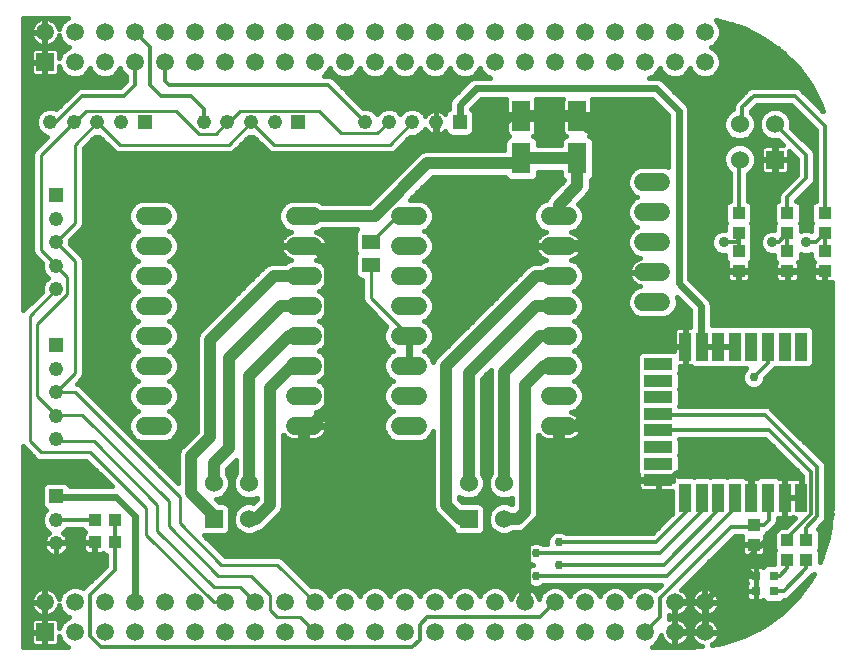
<source format=gtl>
G75*
%MOIN*%
%OFA0B0*%
%FSLAX25Y25*%
%IPPOS*%
%LPD*%
%AMOC8*
5,1,8,0,0,1.08239X$1,22.5*
%
%ADD10R,0.03937X0.09646*%
%ADD11R,0.09646X0.03937*%
%ADD12R,0.06299X0.10236*%
%ADD13R,0.06024X0.06024*%
%ADD14C,0.06024*%
%ADD15C,0.06000*%
%ADD16R,0.04331X0.03937*%
%ADD17R,0.03150X0.03150*%
%ADD18R,0.05906X0.05906*%
%ADD19C,0.05906*%
%ADD20R,0.05906X0.05118*%
%ADD21R,0.04800X0.04800*%
%ADD22C,0.04800*%
%ADD23R,0.03937X0.04331*%
%ADD24C,0.02400*%
%ADD25C,0.01600*%
%ADD26C,0.04000*%
%ADD27C,0.01200*%
%ADD28C,0.02000*%
%ADD29C,0.01000*%
%ADD30C,0.03569*%
%ADD31C,0.02978*%
D10*
X0228504Y0054103D03*
X0234016Y0054103D03*
X0239528Y0054103D03*
X0245039Y0054103D03*
X0250551Y0054103D03*
X0256063Y0054103D03*
X0261575Y0054103D03*
X0267087Y0054103D03*
X0267087Y0104497D03*
X0261575Y0104497D03*
X0256063Y0104497D03*
X0250551Y0104497D03*
X0245039Y0104497D03*
X0239528Y0104497D03*
X0234016Y0104497D03*
X0228504Y0104497D03*
D11*
X0219469Y0098591D03*
X0219469Y0093080D03*
X0219469Y0087568D03*
X0219469Y0082056D03*
X0219469Y0076544D03*
X0219469Y0071032D03*
X0219469Y0065520D03*
X0219469Y0060009D03*
D12*
X0192500Y0167213D03*
X0192500Y0181387D03*
X0173750Y0181387D03*
X0173750Y0167213D03*
D13*
X0258406Y0166800D03*
X0156250Y0047144D03*
X0071250Y0047144D03*
D14*
X0083061Y0047144D03*
X0083061Y0058956D03*
X0071250Y0058956D03*
X0156250Y0058956D03*
X0168061Y0058956D03*
X0168061Y0047144D03*
X0246594Y0166800D03*
X0246594Y0178611D03*
X0258406Y0178611D03*
D15*
X0220500Y0159300D02*
X0214500Y0159300D01*
X0214500Y0149300D02*
X0220500Y0149300D01*
X0220500Y0139300D02*
X0214500Y0139300D01*
X0214500Y0129300D02*
X0220500Y0129300D01*
X0220500Y0119300D02*
X0214500Y0119300D01*
X0189250Y0118050D02*
X0183250Y0118050D01*
X0183250Y0128050D02*
X0189250Y0128050D01*
X0189250Y0138050D02*
X0183250Y0138050D01*
X0183250Y0148050D02*
X0189250Y0148050D01*
X0139250Y0148050D02*
X0133250Y0148050D01*
X0133250Y0138050D02*
X0139250Y0138050D01*
X0139250Y0128050D02*
X0133250Y0128050D01*
X0133250Y0118050D02*
X0139250Y0118050D01*
X0139250Y0108050D02*
X0133250Y0108050D01*
X0133250Y0098050D02*
X0139250Y0098050D01*
X0139250Y0088050D02*
X0133250Y0088050D01*
X0133250Y0078050D02*
X0139250Y0078050D01*
X0104250Y0078050D02*
X0098250Y0078050D01*
X0098250Y0088050D02*
X0104250Y0088050D01*
X0104250Y0098050D02*
X0098250Y0098050D01*
X0098250Y0108050D02*
X0104250Y0108050D01*
X0104250Y0118050D02*
X0098250Y0118050D01*
X0098250Y0128050D02*
X0104250Y0128050D01*
X0104250Y0138050D02*
X0098250Y0138050D01*
X0098250Y0148050D02*
X0104250Y0148050D01*
X0054250Y0148050D02*
X0048250Y0148050D01*
X0048250Y0138050D02*
X0054250Y0138050D01*
X0054250Y0128050D02*
X0048250Y0128050D01*
X0048250Y0118050D02*
X0054250Y0118050D01*
X0054250Y0108050D02*
X0048250Y0108050D01*
X0048250Y0098050D02*
X0054250Y0098050D01*
X0054250Y0088050D02*
X0048250Y0088050D01*
X0048250Y0078050D02*
X0054250Y0078050D01*
X0183250Y0078050D02*
X0189250Y0078050D01*
X0189250Y0088050D02*
X0183250Y0088050D01*
X0183250Y0098050D02*
X0189250Y0098050D01*
X0189250Y0108050D02*
X0183250Y0108050D01*
D16*
X0246250Y0129704D03*
X0246250Y0136396D03*
X0246250Y0142204D03*
X0246250Y0148896D03*
X0262500Y0148896D03*
X0262500Y0142204D03*
X0262500Y0136396D03*
X0262500Y0129704D03*
X0275000Y0129704D03*
X0275000Y0136396D03*
X0275000Y0142204D03*
X0275000Y0148896D03*
X0251250Y0045146D03*
X0251250Y0038454D03*
X0262500Y0040146D03*
X0268750Y0040146D03*
X0268750Y0033454D03*
X0262500Y0033454D03*
D17*
X0257953Y0028050D03*
X0257953Y0023050D03*
X0252047Y0023050D03*
X0252047Y0028050D03*
D18*
X0015000Y0009300D03*
X0015000Y0199300D03*
D19*
X0025000Y0199300D03*
X0035000Y0199300D03*
X0045000Y0199300D03*
X0055000Y0199300D03*
X0065000Y0199300D03*
X0075000Y0199300D03*
X0085000Y0199300D03*
X0095000Y0199300D03*
X0105000Y0199300D03*
X0115000Y0199300D03*
X0125000Y0199300D03*
X0135000Y0199300D03*
X0145000Y0199300D03*
X0155000Y0199300D03*
X0165000Y0199300D03*
X0175000Y0199300D03*
X0185000Y0199300D03*
X0195000Y0199300D03*
X0205000Y0199300D03*
X0215000Y0199300D03*
X0225000Y0199300D03*
X0235000Y0199300D03*
X0235000Y0209300D03*
X0225000Y0209300D03*
X0215000Y0209300D03*
X0205000Y0209300D03*
X0195000Y0209300D03*
X0185000Y0209300D03*
X0175000Y0209300D03*
X0165000Y0209300D03*
X0155000Y0209300D03*
X0145000Y0209300D03*
X0135000Y0209300D03*
X0125000Y0209300D03*
X0115000Y0209300D03*
X0105000Y0209300D03*
X0095000Y0209300D03*
X0085000Y0209300D03*
X0075000Y0209300D03*
X0065000Y0209300D03*
X0055000Y0209300D03*
X0045000Y0209300D03*
X0035000Y0209300D03*
X0025000Y0209300D03*
X0015000Y0209300D03*
X0015000Y0019300D03*
X0025000Y0019300D03*
X0035000Y0019300D03*
X0045000Y0019300D03*
X0055000Y0019300D03*
X0065000Y0019300D03*
X0065000Y0009300D03*
X0055000Y0009300D03*
X0045000Y0009300D03*
X0035000Y0009300D03*
X0025000Y0009300D03*
X0075000Y0009300D03*
X0085000Y0009300D03*
X0095000Y0009300D03*
X0105000Y0009300D03*
X0115000Y0009300D03*
X0115000Y0019300D03*
X0105000Y0019300D03*
X0095000Y0019300D03*
X0085000Y0019300D03*
X0075000Y0019300D03*
X0125000Y0019300D03*
X0135000Y0019300D03*
X0145000Y0019300D03*
X0155000Y0019300D03*
X0165000Y0019300D03*
X0165000Y0009300D03*
X0155000Y0009300D03*
X0145000Y0009300D03*
X0135000Y0009300D03*
X0125000Y0009300D03*
X0175000Y0009300D03*
X0185000Y0009300D03*
X0195000Y0009300D03*
X0205000Y0009300D03*
X0215000Y0009300D03*
X0215000Y0019300D03*
X0205000Y0019300D03*
X0195000Y0019300D03*
X0185000Y0019300D03*
X0175000Y0019300D03*
X0225000Y0019300D03*
X0235000Y0019300D03*
X0235000Y0009300D03*
X0225000Y0009300D03*
D20*
X0123750Y0131810D03*
X0123750Y0139290D03*
D21*
X0099498Y0179300D03*
X0048248Y0179300D03*
X0018750Y0155048D03*
X0018750Y0105048D03*
X0018750Y0054674D03*
X0153248Y0179300D03*
D22*
X0145374Y0179300D03*
X0137500Y0179300D03*
X0129626Y0179300D03*
X0121752Y0179300D03*
X0091624Y0179300D03*
X0083750Y0179300D03*
X0075876Y0179300D03*
X0068002Y0179300D03*
X0040374Y0179300D03*
X0032500Y0179300D03*
X0024626Y0179300D03*
X0016752Y0179300D03*
X0018750Y0147174D03*
X0018750Y0139300D03*
X0018750Y0131426D03*
X0018750Y0123552D03*
X0018750Y0097174D03*
X0018750Y0089300D03*
X0018750Y0081426D03*
X0018750Y0073552D03*
X0018750Y0046800D03*
X0018750Y0038926D03*
D23*
X0031654Y0039300D03*
X0038346Y0039300D03*
X0038346Y0046800D03*
X0031654Y0046800D03*
D24*
X0038750Y0054300D02*
X0045000Y0048050D01*
X0045000Y0019300D01*
X0038750Y0054300D02*
X0019124Y0054300D01*
X0018750Y0054674D01*
X0136250Y0098050D02*
X0136250Y0108050D01*
X0226250Y0125550D02*
X0233750Y0118050D01*
X0233750Y0105024D01*
X0234277Y0104497D01*
X0226250Y0125550D02*
X0226250Y0183050D01*
X0218750Y0190550D01*
X0158750Y0190550D01*
X0153248Y0185048D01*
X0153248Y0179300D01*
X0147500Y0173050D02*
X0162500Y0173050D01*
X0170000Y0180550D01*
X0172913Y0180550D01*
X0173750Y0181387D01*
X0147500Y0173050D02*
X0145374Y0175176D01*
X0145374Y0179300D01*
X0225000Y0019300D02*
X0235000Y0019300D01*
X0235000Y0009300D01*
X0225000Y0009300D01*
D25*
X0007650Y0004450D02*
X0007650Y0071299D01*
X0008357Y0070591D01*
X0012107Y0066841D01*
X0013173Y0066400D01*
X0028799Y0066400D01*
X0037299Y0057900D01*
X0023406Y0057900D01*
X0023185Y0058434D01*
X0022509Y0059109D01*
X0021627Y0059474D01*
X0015873Y0059474D01*
X0014991Y0059109D01*
X0014315Y0058434D01*
X0013950Y0057551D01*
X0013950Y0051797D01*
X0014315Y0050915D01*
X0014991Y0050239D01*
X0015281Y0050119D01*
X0014681Y0049519D01*
X0013950Y0047755D01*
X0013950Y0045845D01*
X0014681Y0044081D01*
X0016031Y0042731D01*
X0016547Y0042517D01*
X0016014Y0042130D01*
X0015546Y0041662D01*
X0015158Y0041127D01*
X0014858Y0040538D01*
X0014653Y0039909D01*
X0014550Y0039257D01*
X0014550Y0038926D01*
X0018750Y0038926D01*
X0022950Y0038926D01*
X0022950Y0039257D01*
X0022847Y0039909D01*
X0022642Y0040538D01*
X0022342Y0041127D01*
X0021954Y0041662D01*
X0021486Y0042130D01*
X0020953Y0042517D01*
X0021469Y0042731D01*
X0022538Y0043800D01*
X0027433Y0043800D01*
X0027650Y0043275D01*
X0028300Y0042626D01*
X0028245Y0042571D01*
X0028008Y0042160D01*
X0027885Y0041702D01*
X0027885Y0039484D01*
X0031469Y0039484D01*
X0031469Y0039116D01*
X0027885Y0039116D01*
X0027885Y0036898D01*
X0028008Y0036440D01*
X0028245Y0036029D01*
X0028580Y0035694D01*
X0028990Y0035457D01*
X0029448Y0035335D01*
X0031469Y0035335D01*
X0031469Y0039116D01*
X0031838Y0039116D01*
X0031838Y0035335D01*
X0033859Y0035335D01*
X0034317Y0035457D01*
X0034535Y0035583D01*
X0035018Y0035100D01*
X0035346Y0034964D01*
X0035346Y0031389D01*
X0027865Y0023907D01*
X0026065Y0024653D01*
X0023935Y0024653D01*
X0021968Y0023838D01*
X0020462Y0022332D01*
X0019647Y0020365D01*
X0019647Y0020340D01*
X0019636Y0020413D01*
X0019405Y0021124D01*
X0019065Y0021791D01*
X0018625Y0022396D01*
X0018096Y0022925D01*
X0017491Y0023365D01*
X0016824Y0023705D01*
X0016113Y0023936D01*
X0015374Y0024053D01*
X0015184Y0024053D01*
X0015184Y0019484D01*
X0014816Y0019484D01*
X0014816Y0019116D01*
X0015184Y0019116D01*
X0015184Y0014547D01*
X0015374Y0014547D01*
X0016113Y0014664D01*
X0016824Y0014895D01*
X0017491Y0015235D01*
X0018096Y0015675D01*
X0018625Y0016204D01*
X0019065Y0016809D01*
X0019405Y0017476D01*
X0019636Y0018187D01*
X0019647Y0018260D01*
X0019647Y0018235D01*
X0020462Y0016268D01*
X0021968Y0014762D01*
X0023084Y0014300D01*
X0021968Y0013838D01*
X0020462Y0012332D01*
X0019753Y0010619D01*
X0019753Y0012490D01*
X0019630Y0012948D01*
X0019393Y0013358D01*
X0019058Y0013693D01*
X0018648Y0013930D01*
X0018190Y0014053D01*
X0015184Y0014053D01*
X0015184Y0009484D01*
X0014816Y0009484D01*
X0014816Y0009116D01*
X0015184Y0009116D01*
X0015184Y0004547D01*
X0018190Y0004547D01*
X0018648Y0004670D01*
X0019058Y0004907D01*
X0019393Y0005242D01*
X0019630Y0005652D01*
X0019753Y0006110D01*
X0019753Y0007981D01*
X0020462Y0006268D01*
X0021968Y0004762D01*
X0022722Y0004450D01*
X0007650Y0004450D01*
X0007650Y0005694D02*
X0010359Y0005694D01*
X0010370Y0005652D02*
X0010607Y0005242D01*
X0010942Y0004907D01*
X0011352Y0004670D01*
X0011810Y0004547D01*
X0014816Y0004547D01*
X0014816Y0009116D01*
X0010247Y0009116D01*
X0010247Y0006110D01*
X0010370Y0005652D01*
X0010247Y0007293D02*
X0007650Y0007293D01*
X0007650Y0008891D02*
X0010247Y0008891D01*
X0010247Y0009484D02*
X0014816Y0009484D01*
X0014816Y0014053D01*
X0011810Y0014053D01*
X0011352Y0013930D01*
X0010942Y0013693D01*
X0010607Y0013358D01*
X0010370Y0012948D01*
X0010247Y0012490D01*
X0010247Y0009484D01*
X0010247Y0010490D02*
X0007650Y0010490D01*
X0007650Y0012088D02*
X0010247Y0012088D01*
X0010936Y0013687D02*
X0007650Y0013687D01*
X0007650Y0015285D02*
X0012440Y0015285D01*
X0012509Y0015235D02*
X0011904Y0015675D01*
X0011375Y0016204D01*
X0010935Y0016809D01*
X0010595Y0017476D01*
X0010364Y0018187D01*
X0010247Y0018926D01*
X0010247Y0019116D01*
X0014816Y0019116D01*
X0014816Y0014547D01*
X0014626Y0014547D01*
X0013887Y0014664D01*
X0013176Y0014895D01*
X0012509Y0015235D01*
X0010897Y0016884D02*
X0007650Y0016884D01*
X0007650Y0018482D02*
X0010318Y0018482D01*
X0010247Y0019484D02*
X0014816Y0019484D01*
X0014816Y0024053D01*
X0014626Y0024053D01*
X0013887Y0023936D01*
X0013176Y0023705D01*
X0012509Y0023365D01*
X0011904Y0022925D01*
X0011375Y0022396D01*
X0010935Y0021791D01*
X0010595Y0021124D01*
X0010364Y0020413D01*
X0010247Y0019674D01*
X0010247Y0019484D01*
X0010312Y0020081D02*
X0007650Y0020081D01*
X0007650Y0021679D02*
X0010878Y0021679D01*
X0012389Y0023278D02*
X0007650Y0023278D01*
X0007650Y0024876D02*
X0028834Y0024876D01*
X0030432Y0026475D02*
X0007650Y0026475D01*
X0007650Y0028073D02*
X0032031Y0028073D01*
X0033629Y0029672D02*
X0007650Y0029672D01*
X0007650Y0031270D02*
X0035228Y0031270D01*
X0035346Y0032869D02*
X0007650Y0032869D01*
X0007650Y0034467D02*
X0035346Y0034467D01*
X0031838Y0036066D02*
X0031469Y0036066D01*
X0031469Y0037664D02*
X0031838Y0037664D01*
X0031469Y0039263D02*
X0022949Y0039263D01*
X0022950Y0038926D02*
X0018750Y0038926D01*
X0018750Y0038926D01*
X0018750Y0038926D01*
X0018750Y0034726D01*
X0019081Y0034726D01*
X0019734Y0034829D01*
X0020362Y0035034D01*
X0020951Y0035334D01*
X0021486Y0035722D01*
X0021954Y0036190D01*
X0022342Y0036725D01*
X0022642Y0037314D01*
X0022847Y0037942D01*
X0022950Y0038595D01*
X0022950Y0038926D01*
X0022756Y0037664D02*
X0027885Y0037664D01*
X0028224Y0036066D02*
X0021829Y0036066D01*
X0018750Y0036066D02*
X0018750Y0036066D01*
X0018750Y0034726D02*
X0018419Y0034726D01*
X0017766Y0034829D01*
X0017138Y0035034D01*
X0016549Y0035334D01*
X0016014Y0035722D01*
X0015546Y0036190D01*
X0015158Y0036725D01*
X0014858Y0037314D01*
X0014653Y0037942D01*
X0014550Y0038595D01*
X0014550Y0038926D01*
X0018750Y0038926D01*
X0018750Y0038926D01*
X0018750Y0034726D01*
X0018750Y0037664D02*
X0018750Y0037664D01*
X0015671Y0036066D02*
X0007650Y0036066D01*
X0007650Y0037664D02*
X0014744Y0037664D01*
X0014551Y0039263D02*
X0007650Y0039263D01*
X0007650Y0040861D02*
X0015022Y0040861D01*
X0016468Y0042460D02*
X0007650Y0042460D01*
X0007650Y0044058D02*
X0014703Y0044058D01*
X0014028Y0045657D02*
X0007650Y0045657D01*
X0007650Y0047255D02*
X0013950Y0047255D01*
X0014405Y0048854D02*
X0007650Y0048854D01*
X0007650Y0050452D02*
X0014778Y0050452D01*
X0013950Y0052051D02*
X0007650Y0052051D01*
X0007650Y0053649D02*
X0013950Y0053649D01*
X0013950Y0055248D02*
X0007650Y0055248D01*
X0007650Y0056846D02*
X0013950Y0056846D01*
X0014327Y0058445D02*
X0007650Y0058445D01*
X0007650Y0060043D02*
X0035155Y0060043D01*
X0036754Y0058445D02*
X0023173Y0058445D01*
X0030360Y0064839D02*
X0007650Y0064839D01*
X0007650Y0066437D02*
X0013083Y0066437D01*
X0010913Y0068036D02*
X0007650Y0068036D01*
X0007650Y0069634D02*
X0009314Y0069634D01*
X0007716Y0071233D02*
X0007650Y0071233D01*
X0007650Y0063240D02*
X0031958Y0063240D01*
X0033557Y0061642D02*
X0007650Y0061642D01*
X0021032Y0042460D02*
X0028181Y0042460D01*
X0027885Y0040861D02*
X0022478Y0040861D01*
X0021408Y0023278D02*
X0017611Y0023278D01*
X0019122Y0021679D02*
X0020192Y0021679D01*
X0020207Y0016884D02*
X0019103Y0016884D01*
X0017560Y0015285D02*
X0021445Y0015285D01*
X0021817Y0013687D02*
X0019064Y0013687D01*
X0019753Y0012088D02*
X0020361Y0012088D01*
X0020038Y0007293D02*
X0019753Y0007293D01*
X0019641Y0005694D02*
X0021036Y0005694D01*
X0015184Y0005694D02*
X0014816Y0005694D01*
X0014816Y0007293D02*
X0015184Y0007293D01*
X0015184Y0008891D02*
X0014816Y0008891D01*
X0014816Y0010490D02*
X0015184Y0010490D01*
X0015184Y0012088D02*
X0014816Y0012088D01*
X0014816Y0013687D02*
X0015184Y0013687D01*
X0015184Y0015285D02*
X0014816Y0015285D01*
X0014816Y0016884D02*
X0015184Y0016884D01*
X0015184Y0018482D02*
X0014816Y0018482D01*
X0014816Y0020081D02*
X0015184Y0020081D01*
X0015184Y0021679D02*
X0014816Y0021679D01*
X0014816Y0023278D02*
X0015184Y0023278D01*
X0059350Y0059051D02*
X0026643Y0091758D01*
X0025700Y0092149D01*
X0027458Y0093907D01*
X0027900Y0094973D01*
X0027900Y0133627D01*
X0027458Y0134693D01*
X0026643Y0135508D01*
X0023550Y0138601D01*
X0023550Y0139999D01*
X0027458Y0143907D01*
X0027900Y0144973D01*
X0027900Y0146127D01*
X0027900Y0170599D01*
X0031801Y0174500D01*
X0033199Y0174500D01*
X0038357Y0169341D01*
X0039423Y0168900D01*
X0076827Y0168900D01*
X0077893Y0169341D01*
X0078708Y0170157D01*
X0083051Y0174500D01*
X0084449Y0174500D01*
X0089607Y0169341D01*
X0090673Y0168900D01*
X0130577Y0168900D01*
X0131643Y0169341D01*
X0132458Y0170157D01*
X0136801Y0174500D01*
X0138455Y0174500D01*
X0140219Y0175231D01*
X0141569Y0176581D01*
X0141783Y0177097D01*
X0142170Y0176564D01*
X0142638Y0176096D01*
X0143173Y0175708D01*
X0143762Y0175408D01*
X0144391Y0175203D01*
X0145043Y0175100D01*
X0145374Y0175100D01*
X0145705Y0175100D01*
X0146358Y0175203D01*
X0146986Y0175408D01*
X0147575Y0175708D01*
X0148110Y0176096D01*
X0148448Y0176434D01*
X0148448Y0176423D01*
X0148813Y0175541D01*
X0149489Y0174865D01*
X0150371Y0174500D01*
X0156125Y0174500D01*
X0157008Y0174865D01*
X0157683Y0175541D01*
X0158048Y0176423D01*
X0158048Y0182177D01*
X0157683Y0183059D01*
X0157017Y0183725D01*
X0160241Y0186950D01*
X0168856Y0186950D01*
X0168800Y0186742D01*
X0168800Y0182161D01*
X0172975Y0182161D01*
X0172975Y0180612D01*
X0168800Y0180612D01*
X0168800Y0176032D01*
X0168923Y0175574D01*
X0169160Y0175163D01*
X0169495Y0174828D01*
X0169855Y0174620D01*
X0169241Y0174366D01*
X0168566Y0173691D01*
X0168200Y0172809D01*
X0168200Y0169950D01*
X0141625Y0169950D01*
X0140008Y0169280D01*
X0138770Y0168042D01*
X0123177Y0152450D01*
X0107487Y0152450D01*
X0107309Y0152628D01*
X0105324Y0153450D01*
X0097176Y0153450D01*
X0095191Y0152628D01*
X0093672Y0151109D01*
X0092850Y0149124D01*
X0092850Y0146976D01*
X0093672Y0144991D01*
X0095191Y0143472D01*
X0097043Y0142705D01*
X0096407Y0142498D01*
X0095734Y0142155D01*
X0095123Y0141711D01*
X0094589Y0141177D01*
X0094145Y0140566D01*
X0093802Y0139893D01*
X0093568Y0139174D01*
X0093450Y0138428D01*
X0093450Y0138250D01*
X0101050Y0138250D01*
X0101050Y0137850D01*
X0093450Y0137850D01*
X0093450Y0137672D01*
X0093568Y0136926D01*
X0093802Y0136207D01*
X0094145Y0135534D01*
X0094589Y0134923D01*
X0095123Y0134389D01*
X0095734Y0133945D01*
X0096407Y0133602D01*
X0097043Y0133395D01*
X0095191Y0132628D01*
X0095013Y0132450D01*
X0090375Y0132450D01*
X0088758Y0131780D01*
X0087520Y0130542D01*
X0066270Y0109292D01*
X0065600Y0107675D01*
X0065600Y0076123D01*
X0061258Y0071780D01*
X0061258Y0071780D01*
X0060020Y0070542D01*
X0059350Y0068925D01*
X0059350Y0059051D01*
X0059350Y0060043D02*
X0058358Y0060043D01*
X0059350Y0061642D02*
X0056759Y0061642D01*
X0055161Y0063240D02*
X0059350Y0063240D01*
X0059350Y0064839D02*
X0053562Y0064839D01*
X0051964Y0066437D02*
X0059350Y0066437D01*
X0059350Y0068036D02*
X0050365Y0068036D01*
X0048767Y0069634D02*
X0059644Y0069634D01*
X0060710Y0071233D02*
X0047168Y0071233D01*
X0047176Y0072650D02*
X0055324Y0072650D01*
X0057309Y0073472D01*
X0058828Y0074991D01*
X0059650Y0076976D01*
X0059650Y0079124D01*
X0058828Y0081109D01*
X0057309Y0082628D01*
X0056290Y0083050D01*
X0057309Y0083472D01*
X0058828Y0084991D01*
X0059650Y0086976D01*
X0059650Y0089124D01*
X0058828Y0091109D01*
X0057309Y0092628D01*
X0056290Y0093050D01*
X0057309Y0093472D01*
X0058828Y0094991D01*
X0059650Y0096976D01*
X0059650Y0099124D01*
X0058828Y0101109D01*
X0057309Y0102628D01*
X0056290Y0103050D01*
X0057309Y0103472D01*
X0058828Y0104991D01*
X0059650Y0106976D01*
X0059650Y0109124D01*
X0058828Y0111109D01*
X0057309Y0112628D01*
X0056290Y0113050D01*
X0057309Y0113472D01*
X0058828Y0114991D01*
X0059650Y0116976D01*
X0059650Y0119124D01*
X0058828Y0121109D01*
X0057309Y0122628D01*
X0056290Y0123050D01*
X0057309Y0123472D01*
X0058828Y0124991D01*
X0059650Y0126976D01*
X0059650Y0129124D01*
X0058828Y0131109D01*
X0057309Y0132628D01*
X0056290Y0133050D01*
X0057309Y0133472D01*
X0058828Y0134991D01*
X0059650Y0136976D01*
X0059650Y0139124D01*
X0058828Y0141109D01*
X0057309Y0142628D01*
X0056290Y0143050D01*
X0057309Y0143472D01*
X0058828Y0144991D01*
X0059650Y0146976D01*
X0059650Y0149124D01*
X0058828Y0151109D01*
X0057309Y0152628D01*
X0055324Y0153450D01*
X0047176Y0153450D01*
X0045191Y0152628D01*
X0043672Y0151109D01*
X0042850Y0149124D01*
X0042850Y0146976D01*
X0043672Y0144991D01*
X0045191Y0143472D01*
X0046210Y0143050D01*
X0045191Y0142628D01*
X0043672Y0141109D01*
X0042850Y0139124D01*
X0042850Y0136976D01*
X0043672Y0134991D01*
X0045191Y0133472D01*
X0046210Y0133050D01*
X0045191Y0132628D01*
X0043672Y0131109D01*
X0042850Y0129124D01*
X0042850Y0126976D01*
X0043672Y0124991D01*
X0045191Y0123472D01*
X0046210Y0123050D01*
X0045191Y0122628D01*
X0043672Y0121109D01*
X0042850Y0119124D01*
X0042850Y0116976D01*
X0043672Y0114991D01*
X0045191Y0113472D01*
X0046210Y0113050D01*
X0045191Y0112628D01*
X0043672Y0111109D01*
X0042850Y0109124D01*
X0042850Y0106976D01*
X0043672Y0104991D01*
X0045191Y0103472D01*
X0046210Y0103050D01*
X0045191Y0102628D01*
X0043672Y0101109D01*
X0042850Y0099124D01*
X0042850Y0096976D01*
X0043672Y0094991D01*
X0045191Y0093472D01*
X0046210Y0093050D01*
X0045191Y0092628D01*
X0043672Y0091109D01*
X0042850Y0089124D01*
X0042850Y0086976D01*
X0043672Y0084991D01*
X0045191Y0083472D01*
X0046210Y0083050D01*
X0045191Y0082628D01*
X0043672Y0081109D01*
X0042850Y0079124D01*
X0042850Y0076976D01*
X0043672Y0074991D01*
X0045191Y0073472D01*
X0047176Y0072650D01*
X0046738Y0072832D02*
X0045570Y0072832D01*
X0044233Y0074430D02*
X0043971Y0074430D01*
X0043242Y0076029D02*
X0042373Y0076029D01*
X0042850Y0077627D02*
X0040774Y0077627D01*
X0039176Y0079226D02*
X0042892Y0079226D01*
X0043554Y0080824D02*
X0037577Y0080824D01*
X0035979Y0082423D02*
X0044986Y0082423D01*
X0044642Y0084021D02*
X0034380Y0084021D01*
X0032782Y0085620D02*
X0043412Y0085620D01*
X0042850Y0087218D02*
X0031183Y0087218D01*
X0029585Y0088817D02*
X0042850Y0088817D01*
X0043385Y0090415D02*
X0027986Y0090415D01*
X0026027Y0092014D02*
X0044577Y0092014D01*
X0045051Y0093612D02*
X0027163Y0093612D01*
X0027900Y0095211D02*
X0043581Y0095211D01*
X0042919Y0096809D02*
X0027900Y0096809D01*
X0027900Y0098408D02*
X0042850Y0098408D01*
X0043215Y0100006D02*
X0027900Y0100006D01*
X0027900Y0101605D02*
X0044168Y0101605D01*
X0045840Y0103203D02*
X0027900Y0103203D01*
X0027900Y0104802D02*
X0043861Y0104802D01*
X0043088Y0106400D02*
X0027900Y0106400D01*
X0027900Y0107999D02*
X0042850Y0107999D01*
X0043046Y0109597D02*
X0027900Y0109597D01*
X0027900Y0111196D02*
X0043759Y0111196D01*
X0045593Y0112794D02*
X0027900Y0112794D01*
X0027900Y0114393D02*
X0044270Y0114393D01*
X0043258Y0115991D02*
X0027900Y0115991D01*
X0027900Y0117590D02*
X0042850Y0117590D01*
X0042877Y0119188D02*
X0027900Y0119188D01*
X0027900Y0120787D02*
X0043539Y0120787D01*
X0044949Y0122385D02*
X0027900Y0122385D01*
X0027900Y0123984D02*
X0044679Y0123984D01*
X0043427Y0125582D02*
X0027900Y0125582D01*
X0027900Y0127181D02*
X0042850Y0127181D01*
X0042850Y0128779D02*
X0027900Y0128779D01*
X0027900Y0130378D02*
X0043369Y0130378D01*
X0044540Y0131976D02*
X0027900Y0131976D01*
X0027900Y0133575D02*
X0045088Y0133575D01*
X0043597Y0135173D02*
X0026978Y0135173D01*
X0025379Y0136772D02*
X0042934Y0136772D01*
X0042850Y0138370D02*
X0023781Y0138370D01*
X0023550Y0139969D02*
X0043200Y0139969D01*
X0044131Y0141568D02*
X0025119Y0141568D01*
X0026717Y0143166D02*
X0045930Y0143166D01*
X0043899Y0144765D02*
X0027814Y0144765D01*
X0027900Y0146363D02*
X0043104Y0146363D01*
X0042850Y0147962D02*
X0027900Y0147962D01*
X0027900Y0149560D02*
X0043031Y0149560D01*
X0043722Y0151159D02*
X0027900Y0151159D01*
X0027900Y0152757D02*
X0045503Y0152757D01*
X0056997Y0152757D02*
X0095503Y0152757D01*
X0093722Y0151159D02*
X0058778Y0151159D01*
X0059469Y0149560D02*
X0093031Y0149560D01*
X0092850Y0147962D02*
X0059650Y0147962D01*
X0059396Y0146363D02*
X0093104Y0146363D01*
X0093899Y0144765D02*
X0058601Y0144765D01*
X0056570Y0143166D02*
X0095930Y0143166D01*
X0094979Y0141568D02*
X0058369Y0141568D01*
X0059300Y0139969D02*
X0093841Y0139969D01*
X0093450Y0138370D02*
X0059650Y0138370D01*
X0059566Y0136772D02*
X0093618Y0136772D01*
X0094407Y0135173D02*
X0058903Y0135173D01*
X0057412Y0133575D02*
X0096490Y0133575D01*
X0101450Y0137850D02*
X0101450Y0138250D01*
X0109050Y0138250D01*
X0109050Y0138428D01*
X0108932Y0139174D01*
X0108698Y0139893D01*
X0108355Y0140566D01*
X0107911Y0141177D01*
X0107377Y0141711D01*
X0106766Y0142155D01*
X0106093Y0142498D01*
X0105457Y0142705D01*
X0107309Y0143472D01*
X0107487Y0143650D01*
X0119204Y0143650D01*
X0118763Y0143209D01*
X0118397Y0142327D01*
X0118397Y0136254D01*
X0118689Y0135550D01*
X0118397Y0134846D01*
X0118397Y0128773D01*
X0118763Y0127891D01*
X0119438Y0127216D01*
X0120320Y0126851D01*
X0120850Y0126851D01*
X0120850Y0119973D01*
X0121291Y0118907D01*
X0128881Y0111318D01*
X0128672Y0111109D01*
X0127850Y0109124D01*
X0127850Y0106976D01*
X0128672Y0104991D01*
X0130191Y0103472D01*
X0131210Y0103050D01*
X0130191Y0102628D01*
X0128672Y0101109D01*
X0127850Y0099124D01*
X0127850Y0096976D01*
X0128672Y0094991D01*
X0130191Y0093472D01*
X0131210Y0093050D01*
X0130191Y0092628D01*
X0128672Y0091109D01*
X0127850Y0089124D01*
X0127850Y0086976D01*
X0128672Y0084991D01*
X0130191Y0083472D01*
X0131210Y0083050D01*
X0130191Y0082628D01*
X0128672Y0081109D01*
X0127850Y0079124D01*
X0127850Y0076976D01*
X0128672Y0074991D01*
X0130191Y0073472D01*
X0132176Y0072650D01*
X0140324Y0072650D01*
X0142309Y0073472D01*
X0143828Y0074991D01*
X0144350Y0076252D01*
X0144350Y0050925D01*
X0145020Y0049308D01*
X0146258Y0048070D01*
X0150913Y0043414D01*
X0150943Y0043402D01*
X0151204Y0042773D01*
X0151879Y0042098D01*
X0152761Y0041733D01*
X0159739Y0041733D01*
X0160621Y0042098D01*
X0161296Y0042773D01*
X0161662Y0043655D01*
X0161662Y0050634D01*
X0161296Y0051516D01*
X0160621Y0052191D01*
X0159739Y0052556D01*
X0154216Y0052556D01*
X0153150Y0053623D01*
X0153150Y0054402D01*
X0153184Y0054368D01*
X0155174Y0053544D01*
X0157326Y0053544D01*
X0159316Y0054368D01*
X0160838Y0055890D01*
X0161662Y0057879D01*
X0161662Y0060032D01*
X0160838Y0062021D01*
X0160650Y0062209D01*
X0160650Y0093727D01*
X0163661Y0096738D01*
X0163661Y0062209D01*
X0163473Y0062021D01*
X0162649Y0060032D01*
X0162649Y0057879D01*
X0163473Y0055890D01*
X0164995Y0054368D01*
X0166985Y0053544D01*
X0169138Y0053544D01*
X0170600Y0054149D01*
X0170600Y0051950D01*
X0169138Y0052556D01*
X0166985Y0052556D01*
X0164995Y0051732D01*
X0163473Y0050210D01*
X0162649Y0048221D01*
X0162649Y0046068D01*
X0163473Y0044079D01*
X0164995Y0042557D01*
X0166985Y0041733D01*
X0169138Y0041733D01*
X0171127Y0042557D01*
X0171314Y0042744D01*
X0173720Y0042744D01*
X0175337Y0043414D01*
X0177492Y0045570D01*
X0178730Y0046808D01*
X0179400Y0048425D01*
X0179400Y0075183D01*
X0179589Y0074923D01*
X0180123Y0074389D01*
X0180734Y0073945D01*
X0181407Y0073602D01*
X0182126Y0073368D01*
X0182872Y0073250D01*
X0186050Y0073250D01*
X0186050Y0077850D01*
X0186450Y0077850D01*
X0186450Y0078250D01*
X0194050Y0078250D01*
X0194050Y0078428D01*
X0193932Y0079174D01*
X0193698Y0079893D01*
X0193355Y0080566D01*
X0192911Y0081177D01*
X0192377Y0081711D01*
X0191766Y0082155D01*
X0191093Y0082498D01*
X0190457Y0082705D01*
X0192309Y0083472D01*
X0193828Y0084991D01*
X0194650Y0086976D01*
X0194650Y0089124D01*
X0193828Y0091109D01*
X0192309Y0092628D01*
X0191290Y0093050D01*
X0192309Y0093472D01*
X0193828Y0094991D01*
X0194650Y0096976D01*
X0194650Y0099124D01*
X0193828Y0101109D01*
X0192309Y0102628D01*
X0191290Y0103050D01*
X0192309Y0103472D01*
X0193828Y0104991D01*
X0194650Y0106976D01*
X0194650Y0109124D01*
X0193828Y0111109D01*
X0192309Y0112628D01*
X0191290Y0113050D01*
X0192309Y0113472D01*
X0193828Y0114991D01*
X0194650Y0116976D01*
X0194650Y0119124D01*
X0193828Y0121109D01*
X0192309Y0122628D01*
X0191290Y0123050D01*
X0192309Y0123472D01*
X0193828Y0124991D01*
X0194650Y0126976D01*
X0194650Y0129124D01*
X0193828Y0131109D01*
X0192309Y0132628D01*
X0190457Y0133395D01*
X0191093Y0133602D01*
X0191766Y0133945D01*
X0192377Y0134389D01*
X0192911Y0134923D01*
X0193355Y0135534D01*
X0193698Y0136207D01*
X0193932Y0136926D01*
X0194050Y0137672D01*
X0194050Y0137850D01*
X0186450Y0137850D01*
X0186450Y0138250D01*
X0194050Y0138250D01*
X0194050Y0138428D01*
X0193932Y0139174D01*
X0193698Y0139893D01*
X0193355Y0140566D01*
X0192911Y0141177D01*
X0192377Y0141711D01*
X0191766Y0142155D01*
X0191093Y0142498D01*
X0190457Y0142705D01*
X0192309Y0143472D01*
X0193828Y0144991D01*
X0194650Y0146976D01*
X0194650Y0149124D01*
X0193828Y0151109D01*
X0192805Y0152132D01*
X0194992Y0154320D01*
X0196230Y0155558D01*
X0196900Y0157175D01*
X0196900Y0160015D01*
X0197009Y0160061D01*
X0197684Y0160736D01*
X0198050Y0161618D01*
X0198050Y0172809D01*
X0197684Y0173691D01*
X0197009Y0174366D01*
X0196395Y0174620D01*
X0196755Y0174828D01*
X0197090Y0175163D01*
X0197327Y0175574D01*
X0197450Y0176032D01*
X0197450Y0180612D01*
X0193275Y0180612D01*
X0193275Y0182161D01*
X0197450Y0182161D01*
X0197450Y0186742D01*
X0197394Y0186950D01*
X0217259Y0186950D01*
X0222650Y0181559D01*
X0222650Y0164254D01*
X0221574Y0164700D01*
X0213426Y0164700D01*
X0211441Y0163878D01*
X0209922Y0162359D01*
X0209100Y0160374D01*
X0209100Y0158226D01*
X0209922Y0156241D01*
X0211441Y0154722D01*
X0212460Y0154300D01*
X0211441Y0153878D01*
X0209922Y0152359D01*
X0209100Y0150374D01*
X0209100Y0148226D01*
X0209922Y0146241D01*
X0211441Y0144722D01*
X0212460Y0144300D01*
X0211441Y0143878D01*
X0209922Y0142359D01*
X0209100Y0140374D01*
X0209100Y0138226D01*
X0209922Y0136241D01*
X0211441Y0134722D01*
X0213293Y0133955D01*
X0212657Y0133748D01*
X0211984Y0133405D01*
X0211373Y0132961D01*
X0210839Y0132427D01*
X0210395Y0131816D01*
X0210052Y0131143D01*
X0209818Y0130424D01*
X0209700Y0129678D01*
X0209700Y0129500D01*
X0217300Y0129500D01*
X0217300Y0129100D01*
X0209700Y0129100D01*
X0209700Y0128922D01*
X0209818Y0128176D01*
X0210052Y0127457D01*
X0210395Y0126784D01*
X0210839Y0126173D01*
X0211373Y0125639D01*
X0211984Y0125195D01*
X0212657Y0124852D01*
X0213293Y0124645D01*
X0211441Y0123878D01*
X0209922Y0122359D01*
X0209100Y0120374D01*
X0209100Y0118226D01*
X0209922Y0116241D01*
X0211441Y0114722D01*
X0213426Y0113900D01*
X0221574Y0113900D01*
X0223559Y0114722D01*
X0225078Y0116241D01*
X0225900Y0118226D01*
X0225900Y0120374D01*
X0225593Y0121116D01*
X0230150Y0116559D01*
X0230150Y0111120D01*
X0228688Y0111120D01*
X0228688Y0104681D01*
X0228320Y0104681D01*
X0228320Y0111120D01*
X0226298Y0111120D01*
X0225841Y0110997D01*
X0225430Y0110760D01*
X0225095Y0110425D01*
X0224858Y0110014D01*
X0224735Y0109557D01*
X0224735Y0104681D01*
X0228320Y0104681D01*
X0228320Y0104313D01*
X0224735Y0104313D01*
X0224735Y0102960D01*
X0214168Y0102960D01*
X0213286Y0102594D01*
X0212611Y0101919D01*
X0212246Y0101037D01*
X0212246Y0096145D01*
X0212374Y0095835D01*
X0212246Y0095525D01*
X0212246Y0090634D01*
X0212374Y0090324D01*
X0212246Y0090014D01*
X0212246Y0085122D01*
X0212374Y0084812D01*
X0212246Y0084502D01*
X0212246Y0079610D01*
X0212374Y0079300D01*
X0212246Y0078990D01*
X0212246Y0074098D01*
X0212374Y0073788D01*
X0212246Y0073478D01*
X0212246Y0068586D01*
X0212374Y0068276D01*
X0212246Y0067966D01*
X0212246Y0063075D01*
X0212611Y0062192D01*
X0212846Y0061958D01*
X0212846Y0060193D01*
X0219284Y0060193D01*
X0219284Y0059824D01*
X0219653Y0059824D01*
X0219653Y0056240D01*
X0224135Y0056240D01*
X0224135Y0048928D01*
X0217507Y0042300D01*
X0188750Y0042300D01*
X0188453Y0042597D01*
X0187024Y0043189D01*
X0185476Y0043189D01*
X0184047Y0042597D01*
X0182953Y0041503D01*
X0182361Y0040074D01*
X0182361Y0038550D01*
X0181250Y0038550D01*
X0180953Y0038847D01*
X0179524Y0039439D01*
X0177976Y0039439D01*
X0176547Y0038847D01*
X0175453Y0037753D01*
X0174861Y0036324D01*
X0174861Y0034776D01*
X0175453Y0033347D01*
X0176547Y0032253D01*
X0177641Y0031800D01*
X0176547Y0031347D01*
X0175453Y0030253D01*
X0174861Y0028824D01*
X0174861Y0027276D01*
X0175453Y0025847D01*
X0176547Y0024753D01*
X0177976Y0024161D01*
X0179524Y0024161D01*
X0180953Y0024753D01*
X0181250Y0025050D01*
X0220257Y0025050D01*
X0218539Y0023331D01*
X0218032Y0023838D01*
X0216065Y0024653D01*
X0213935Y0024653D01*
X0211968Y0023838D01*
X0210462Y0022332D01*
X0210000Y0021216D01*
X0209538Y0022332D01*
X0208032Y0023838D01*
X0206065Y0024653D01*
X0203935Y0024653D01*
X0201968Y0023838D01*
X0200462Y0022332D01*
X0200000Y0021216D01*
X0199538Y0022332D01*
X0198032Y0023838D01*
X0196065Y0024653D01*
X0193935Y0024653D01*
X0191968Y0023838D01*
X0190462Y0022332D01*
X0190000Y0021216D01*
X0189538Y0022332D01*
X0188032Y0023838D01*
X0186065Y0024653D01*
X0183935Y0024653D01*
X0181968Y0023838D01*
X0180462Y0022332D01*
X0179647Y0020365D01*
X0179647Y0020340D01*
X0179636Y0020413D01*
X0179405Y0021124D01*
X0179065Y0021791D01*
X0178625Y0022396D01*
X0178096Y0022925D01*
X0177491Y0023365D01*
X0176824Y0023705D01*
X0176113Y0023936D01*
X0175374Y0024053D01*
X0175184Y0024053D01*
X0175184Y0019484D01*
X0174816Y0019484D01*
X0174816Y0024053D01*
X0174626Y0024053D01*
X0173887Y0023936D01*
X0173176Y0023705D01*
X0172509Y0023365D01*
X0171904Y0022925D01*
X0171375Y0022396D01*
X0170935Y0021791D01*
X0170595Y0021124D01*
X0170364Y0020413D01*
X0170353Y0020340D01*
X0170353Y0020365D01*
X0169538Y0022332D01*
X0168032Y0023838D01*
X0166065Y0024653D01*
X0163935Y0024653D01*
X0161968Y0023838D01*
X0160462Y0022332D01*
X0160000Y0021216D01*
X0159538Y0022332D01*
X0158032Y0023838D01*
X0156065Y0024653D01*
X0153935Y0024653D01*
X0151968Y0023838D01*
X0150462Y0022332D01*
X0150000Y0021216D01*
X0149538Y0022332D01*
X0148032Y0023838D01*
X0146065Y0024653D01*
X0143935Y0024653D01*
X0141968Y0023838D01*
X0140462Y0022332D01*
X0140000Y0021216D01*
X0139538Y0022332D01*
X0138032Y0023838D01*
X0136065Y0024653D01*
X0133935Y0024653D01*
X0131968Y0023838D01*
X0130462Y0022332D01*
X0130000Y0021216D01*
X0129538Y0022332D01*
X0128032Y0023838D01*
X0126065Y0024653D01*
X0123935Y0024653D01*
X0121968Y0023838D01*
X0120462Y0022332D01*
X0120000Y0021216D01*
X0119538Y0022332D01*
X0118032Y0023838D01*
X0116065Y0024653D01*
X0113935Y0024653D01*
X0111968Y0023838D01*
X0110462Y0022332D01*
X0110000Y0021216D01*
X0109538Y0022332D01*
X0108032Y0023838D01*
X0106065Y0024653D01*
X0103935Y0024653D01*
X0103803Y0024598D01*
X0094143Y0034258D01*
X0093077Y0034700D01*
X0074951Y0034700D01*
X0067919Y0041733D01*
X0074739Y0041733D01*
X0075621Y0042098D01*
X0076296Y0042773D01*
X0076662Y0043655D01*
X0076662Y0050634D01*
X0076296Y0051516D01*
X0075621Y0052191D01*
X0074739Y0052556D01*
X0072966Y0052556D01*
X0071979Y0053544D01*
X0072326Y0053544D01*
X0074316Y0054368D01*
X0075838Y0055890D01*
X0076662Y0057879D01*
X0076662Y0060032D01*
X0075838Y0062021D01*
X0075650Y0062209D01*
X0075650Y0063727D01*
X0078661Y0066738D01*
X0078661Y0062209D01*
X0078473Y0062021D01*
X0077649Y0060032D01*
X0077649Y0057879D01*
X0078473Y0055890D01*
X0079995Y0054368D01*
X0081985Y0053544D01*
X0084138Y0053544D01*
X0085600Y0054149D01*
X0085600Y0053623D01*
X0084418Y0052440D01*
X0084138Y0052556D01*
X0081985Y0052556D01*
X0079995Y0051732D01*
X0078473Y0050210D01*
X0077649Y0048221D01*
X0077649Y0046068D01*
X0078473Y0044079D01*
X0079995Y0042557D01*
X0081985Y0041733D01*
X0084138Y0041733D01*
X0086127Y0042557D01*
X0086381Y0042812D01*
X0087837Y0043414D01*
X0092492Y0048070D01*
X0093730Y0049308D01*
X0094400Y0050925D01*
X0094400Y0075183D01*
X0094589Y0074923D01*
X0095123Y0074389D01*
X0095734Y0073945D01*
X0096407Y0073602D01*
X0097126Y0073368D01*
X0097872Y0073250D01*
X0101050Y0073250D01*
X0101050Y0077850D01*
X0101450Y0077850D01*
X0101450Y0078250D01*
X0109050Y0078250D01*
X0109050Y0078428D01*
X0108932Y0079174D01*
X0108698Y0079893D01*
X0108355Y0080566D01*
X0107911Y0081177D01*
X0107377Y0081711D01*
X0106766Y0082155D01*
X0106093Y0082498D01*
X0105457Y0082705D01*
X0107309Y0083472D01*
X0108828Y0084991D01*
X0109650Y0086976D01*
X0109650Y0089124D01*
X0108828Y0091109D01*
X0107309Y0092628D01*
X0106290Y0093050D01*
X0107309Y0093472D01*
X0108828Y0094991D01*
X0109650Y0096976D01*
X0109650Y0099124D01*
X0108828Y0101109D01*
X0107309Y0102628D01*
X0106290Y0103050D01*
X0107309Y0103472D01*
X0108828Y0104991D01*
X0109650Y0106976D01*
X0109650Y0109124D01*
X0108828Y0111109D01*
X0107309Y0112628D01*
X0106290Y0113050D01*
X0107309Y0113472D01*
X0108828Y0114991D01*
X0109650Y0116976D01*
X0109650Y0119124D01*
X0108828Y0121109D01*
X0107309Y0122628D01*
X0106290Y0123050D01*
X0107309Y0123472D01*
X0108828Y0124991D01*
X0109650Y0126976D01*
X0109650Y0129124D01*
X0108828Y0131109D01*
X0107309Y0132628D01*
X0105457Y0133395D01*
X0106093Y0133602D01*
X0106766Y0133945D01*
X0107377Y0134389D01*
X0107911Y0134923D01*
X0108355Y0135534D01*
X0108698Y0136207D01*
X0108932Y0136926D01*
X0109050Y0137672D01*
X0109050Y0137850D01*
X0101450Y0137850D01*
X0106010Y0133575D02*
X0118397Y0133575D01*
X0118397Y0131976D02*
X0107960Y0131976D01*
X0109131Y0130378D02*
X0118397Y0130378D01*
X0118397Y0128779D02*
X0109650Y0128779D01*
X0109650Y0127181D02*
X0119523Y0127181D01*
X0120850Y0125582D02*
X0109073Y0125582D01*
X0107821Y0123984D02*
X0120850Y0123984D01*
X0120850Y0122385D02*
X0107551Y0122385D01*
X0108961Y0120787D02*
X0120850Y0120787D01*
X0121175Y0119188D02*
X0109623Y0119188D01*
X0109650Y0117590D02*
X0122609Y0117590D01*
X0124207Y0115991D02*
X0109242Y0115991D01*
X0108230Y0114393D02*
X0125806Y0114393D01*
X0127404Y0112794D02*
X0106907Y0112794D01*
X0108741Y0111196D02*
X0128759Y0111196D01*
X0128046Y0109597D02*
X0109454Y0109597D01*
X0109650Y0107999D02*
X0127850Y0107999D01*
X0128088Y0106400D02*
X0109412Y0106400D01*
X0108638Y0104802D02*
X0128861Y0104802D01*
X0130840Y0103203D02*
X0106660Y0103203D01*
X0108332Y0101605D02*
X0129168Y0101605D01*
X0128215Y0100006D02*
X0109285Y0100006D01*
X0109650Y0098408D02*
X0127850Y0098408D01*
X0127919Y0096809D02*
X0109581Y0096809D01*
X0108919Y0095211D02*
X0128581Y0095211D01*
X0130051Y0093612D02*
X0107449Y0093612D01*
X0107923Y0092014D02*
X0129577Y0092014D01*
X0128385Y0090415D02*
X0109115Y0090415D01*
X0109650Y0088817D02*
X0127850Y0088817D01*
X0127850Y0087218D02*
X0109650Y0087218D01*
X0109088Y0085620D02*
X0128412Y0085620D01*
X0129642Y0084021D02*
X0107858Y0084021D01*
X0106241Y0082423D02*
X0129986Y0082423D01*
X0128554Y0080824D02*
X0108168Y0080824D01*
X0108915Y0079226D02*
X0127892Y0079226D01*
X0127850Y0077627D02*
X0109043Y0077627D01*
X0109050Y0077672D02*
X0108932Y0076926D01*
X0108698Y0076207D01*
X0108355Y0075534D01*
X0107911Y0074923D01*
X0107377Y0074389D01*
X0106766Y0073945D01*
X0106093Y0073602D01*
X0105374Y0073368D01*
X0104628Y0073250D01*
X0101450Y0073250D01*
X0101450Y0077850D01*
X0109050Y0077850D01*
X0109050Y0077672D01*
X0108607Y0076029D02*
X0128242Y0076029D01*
X0129233Y0074430D02*
X0107418Y0074430D01*
X0101450Y0074430D02*
X0101050Y0074430D01*
X0101050Y0076029D02*
X0101450Y0076029D01*
X0101450Y0077627D02*
X0101050Y0077627D01*
X0095082Y0074430D02*
X0094400Y0074430D01*
X0094400Y0072832D02*
X0131738Y0072832D01*
X0140762Y0072832D02*
X0144350Y0072832D01*
X0144350Y0074430D02*
X0143267Y0074430D01*
X0144258Y0076029D02*
X0144350Y0076029D01*
X0144350Y0071233D02*
X0094400Y0071233D01*
X0094400Y0069634D02*
X0144350Y0069634D01*
X0144350Y0068036D02*
X0094400Y0068036D01*
X0094400Y0066437D02*
X0144350Y0066437D01*
X0144350Y0064839D02*
X0094400Y0064839D01*
X0094400Y0063240D02*
X0144350Y0063240D01*
X0144350Y0061642D02*
X0094400Y0061642D01*
X0094400Y0060043D02*
X0144350Y0060043D01*
X0144350Y0058445D02*
X0094400Y0058445D01*
X0094400Y0056846D02*
X0144350Y0056846D01*
X0144350Y0055248D02*
X0094400Y0055248D01*
X0094400Y0053649D02*
X0144350Y0053649D01*
X0144350Y0052051D02*
X0094400Y0052051D01*
X0094204Y0050452D02*
X0144546Y0050452D01*
X0145474Y0048854D02*
X0093276Y0048854D01*
X0091678Y0047255D02*
X0147072Y0047255D01*
X0148671Y0045657D02*
X0090079Y0045657D01*
X0088481Y0044058D02*
X0150269Y0044058D01*
X0151517Y0042460D02*
X0085893Y0042460D01*
X0080229Y0042460D02*
X0075983Y0042460D01*
X0076662Y0044058D02*
X0078494Y0044058D01*
X0077820Y0045657D02*
X0076662Y0045657D01*
X0076662Y0047255D02*
X0077649Y0047255D01*
X0077911Y0048854D02*
X0076662Y0048854D01*
X0076662Y0050452D02*
X0078715Y0050452D01*
X0080764Y0052051D02*
X0075761Y0052051D01*
X0075196Y0055248D02*
X0079115Y0055248D01*
X0078077Y0056846D02*
X0076234Y0056846D01*
X0076662Y0058445D02*
X0077649Y0058445D01*
X0077654Y0060043D02*
X0076657Y0060043D01*
X0075995Y0061642D02*
X0078316Y0061642D01*
X0078661Y0063240D02*
X0075650Y0063240D01*
X0076761Y0064839D02*
X0078661Y0064839D01*
X0078661Y0066437D02*
X0078360Y0066437D01*
X0081729Y0053649D02*
X0072582Y0053649D01*
X0084393Y0053649D02*
X0085600Y0053649D01*
X0068790Y0040861D02*
X0182687Y0040861D01*
X0182361Y0039263D02*
X0179949Y0039263D01*
X0177551Y0039263D02*
X0070388Y0039263D01*
X0071987Y0037664D02*
X0175416Y0037664D01*
X0174861Y0036066D02*
X0073585Y0036066D01*
X0093639Y0034467D02*
X0174989Y0034467D01*
X0175931Y0032869D02*
X0095532Y0032869D01*
X0097131Y0031270D02*
X0176470Y0031270D01*
X0175212Y0029672D02*
X0098729Y0029672D01*
X0100328Y0028073D02*
X0174861Y0028073D01*
X0175193Y0026475D02*
X0101927Y0026475D01*
X0103525Y0024876D02*
X0176424Y0024876D01*
X0177611Y0023278D02*
X0181408Y0023278D01*
X0181076Y0024876D02*
X0220084Y0024876D01*
X0227204Y0023511D02*
X0244993Y0041300D01*
X0247513Y0041300D01*
X0247407Y0041117D01*
X0247285Y0040659D01*
X0247285Y0038638D01*
X0251066Y0038638D01*
X0251066Y0038269D01*
X0251434Y0038269D01*
X0251434Y0034685D01*
X0253652Y0034685D01*
X0254110Y0034808D01*
X0254521Y0035045D01*
X0254856Y0035380D01*
X0255093Y0035790D01*
X0255215Y0036248D01*
X0255215Y0038269D01*
X0251434Y0038269D01*
X0251434Y0038638D01*
X0255215Y0038638D01*
X0255215Y0040659D01*
X0255093Y0041117D01*
X0254967Y0041335D01*
X0255450Y0041818D01*
X0255667Y0042343D01*
X0256296Y0042603D01*
X0257949Y0044257D01*
X0258793Y0045101D01*
X0259250Y0046203D01*
X0259250Y0047187D01*
X0259391Y0047246D01*
X0259626Y0047480D01*
X0261391Y0047480D01*
X0261391Y0053919D01*
X0261759Y0053919D01*
X0261759Y0054287D01*
X0266902Y0054287D01*
X0266902Y0053919D01*
X0265343Y0053919D01*
X0261759Y0053919D01*
X0261759Y0047480D01*
X0263780Y0047480D01*
X0264238Y0047603D01*
X0264331Y0047656D01*
X0264423Y0047603D01*
X0264881Y0047480D01*
X0265002Y0047480D01*
X0262037Y0044515D01*
X0259857Y0044515D01*
X0258975Y0044150D01*
X0258300Y0043474D01*
X0257935Y0042592D01*
X0257935Y0037701D01*
X0258300Y0036818D01*
X0258318Y0036800D01*
X0258300Y0036782D01*
X0257935Y0035899D01*
X0257935Y0032025D01*
X0255901Y0032025D01*
X0255018Y0031659D01*
X0254535Y0031176D01*
X0254317Y0031302D01*
X0253859Y0031425D01*
X0252047Y0031425D01*
X0250235Y0031425D01*
X0249778Y0031302D01*
X0249367Y0031065D01*
X0249032Y0030730D01*
X0248795Y0030320D01*
X0248672Y0029862D01*
X0248672Y0028050D01*
X0252047Y0028050D01*
X0252047Y0028050D01*
X0248672Y0028050D01*
X0248672Y0026238D01*
X0248795Y0025780D01*
X0248928Y0025550D01*
X0248795Y0025320D01*
X0248672Y0024862D01*
X0248672Y0023050D01*
X0252047Y0023050D01*
X0252047Y0023050D01*
X0248672Y0023050D01*
X0248672Y0021238D01*
X0248795Y0020780D01*
X0249032Y0020370D01*
X0249367Y0020035D01*
X0249778Y0019798D01*
X0250235Y0019675D01*
X0252047Y0019675D01*
X0252047Y0023050D01*
X0252047Y0026425D01*
X0252047Y0028050D01*
X0252047Y0028050D01*
X0252047Y0031425D01*
X0252047Y0028050D01*
X0252047Y0028050D01*
X0252047Y0023050D01*
X0252047Y0023050D01*
X0252047Y0023050D01*
X0252047Y0019675D01*
X0253859Y0019675D01*
X0254317Y0019798D01*
X0254535Y0019924D01*
X0255018Y0019441D01*
X0255901Y0019075D01*
X0260005Y0019075D01*
X0260887Y0019441D01*
X0261496Y0020050D01*
X0261847Y0020050D01*
X0262949Y0020507D01*
X0263793Y0021351D01*
X0270449Y0028007D01*
X0271277Y0028834D01*
X0270373Y0027060D01*
X0266005Y0021049D01*
X0260751Y0015795D01*
X0254740Y0011427D01*
X0248120Y0008054D01*
X0241054Y0005758D01*
X0237374Y0005175D01*
X0237491Y0005235D01*
X0238096Y0005675D01*
X0238625Y0006204D01*
X0239065Y0006809D01*
X0239405Y0007476D01*
X0239636Y0008187D01*
X0239753Y0008926D01*
X0239753Y0009116D01*
X0235184Y0009116D01*
X0235184Y0009484D01*
X0234816Y0009484D01*
X0234816Y0009116D01*
X0230247Y0009116D01*
X0230247Y0008926D01*
X0230364Y0008187D01*
X0230595Y0007476D01*
X0230935Y0006809D01*
X0231375Y0006204D01*
X0231904Y0005675D01*
X0232509Y0005235D01*
X0233176Y0004895D01*
X0233887Y0004664D01*
X0234017Y0004644D01*
X0233715Y0004596D01*
X0230000Y0004450D01*
X0217278Y0004450D01*
X0218032Y0004762D01*
X0219538Y0006268D01*
X0220353Y0008235D01*
X0220353Y0008260D01*
X0220364Y0008187D01*
X0220595Y0007476D01*
X0220935Y0006809D01*
X0221375Y0006204D01*
X0221904Y0005675D01*
X0222509Y0005235D01*
X0223176Y0004895D01*
X0223887Y0004664D01*
X0224626Y0004547D01*
X0224816Y0004547D01*
X0224816Y0009116D01*
X0225184Y0009116D01*
X0225184Y0004547D01*
X0225374Y0004547D01*
X0226113Y0004664D01*
X0226824Y0004895D01*
X0227491Y0005235D01*
X0228096Y0005675D01*
X0228625Y0006204D01*
X0229065Y0006809D01*
X0229405Y0007476D01*
X0229636Y0008187D01*
X0229753Y0008926D01*
X0229753Y0009116D01*
X0225184Y0009116D01*
X0225184Y0009484D01*
X0224816Y0009484D01*
X0224816Y0014053D01*
X0224626Y0014053D01*
X0223887Y0013936D01*
X0223176Y0013705D01*
X0222954Y0013591D01*
X0223000Y0013703D01*
X0223000Y0014985D01*
X0223176Y0014895D01*
X0223887Y0014664D01*
X0224626Y0014547D01*
X0224816Y0014547D01*
X0224816Y0019116D01*
X0225184Y0019116D01*
X0225184Y0014547D01*
X0225374Y0014547D01*
X0226113Y0014664D01*
X0226824Y0014895D01*
X0227491Y0015235D01*
X0228096Y0015675D01*
X0228625Y0016204D01*
X0229065Y0016809D01*
X0229405Y0017476D01*
X0229636Y0018187D01*
X0229753Y0018926D01*
X0229753Y0019116D01*
X0225184Y0019116D01*
X0225184Y0019484D01*
X0229753Y0019484D01*
X0229753Y0019674D01*
X0229636Y0020413D01*
X0229405Y0021124D01*
X0229065Y0021791D01*
X0228625Y0022396D01*
X0228096Y0022925D01*
X0227491Y0023365D01*
X0227204Y0023511D01*
X0227611Y0023278D02*
X0232389Y0023278D01*
X0232509Y0023365D02*
X0231904Y0022925D01*
X0231375Y0022396D01*
X0230935Y0021791D01*
X0230595Y0021124D01*
X0230364Y0020413D01*
X0230247Y0019674D01*
X0230247Y0019484D01*
X0234816Y0019484D01*
X0234816Y0019116D01*
X0235184Y0019116D01*
X0235184Y0014547D01*
X0235374Y0014547D01*
X0236113Y0014664D01*
X0236824Y0014895D01*
X0237491Y0015235D01*
X0238096Y0015675D01*
X0238625Y0016204D01*
X0239065Y0016809D01*
X0239405Y0017476D01*
X0239636Y0018187D01*
X0239753Y0018926D01*
X0239753Y0019116D01*
X0235184Y0019116D01*
X0235184Y0019484D01*
X0239753Y0019484D01*
X0239753Y0019674D01*
X0239636Y0020413D01*
X0239405Y0021124D01*
X0239065Y0021791D01*
X0238625Y0022396D01*
X0238096Y0022925D01*
X0237491Y0023365D01*
X0236824Y0023705D01*
X0236113Y0023936D01*
X0235374Y0024053D01*
X0235184Y0024053D01*
X0235184Y0019484D01*
X0234816Y0019484D01*
X0234816Y0024053D01*
X0234626Y0024053D01*
X0233887Y0023936D01*
X0233176Y0023705D01*
X0232509Y0023365D01*
X0234816Y0023278D02*
X0235184Y0023278D01*
X0235184Y0021679D02*
X0234816Y0021679D01*
X0234816Y0020081D02*
X0235184Y0020081D01*
X0234816Y0019116D02*
X0230247Y0019116D01*
X0230247Y0018926D01*
X0230364Y0018187D01*
X0230595Y0017476D01*
X0230935Y0016809D01*
X0231375Y0016204D01*
X0231904Y0015675D01*
X0232509Y0015235D01*
X0233176Y0014895D01*
X0233887Y0014664D01*
X0234626Y0014547D01*
X0234816Y0014547D01*
X0234816Y0019116D01*
X0234816Y0018482D02*
X0235184Y0018482D01*
X0235184Y0016884D02*
X0234816Y0016884D01*
X0234816Y0015285D02*
X0235184Y0015285D01*
X0235184Y0014053D02*
X0235184Y0009484D01*
X0239753Y0009484D01*
X0239753Y0009674D01*
X0239636Y0010413D01*
X0239405Y0011124D01*
X0239065Y0011791D01*
X0238625Y0012396D01*
X0238096Y0012925D01*
X0237491Y0013365D01*
X0236824Y0013705D01*
X0236113Y0013936D01*
X0235374Y0014053D01*
X0235184Y0014053D01*
X0235184Y0013687D02*
X0234816Y0013687D01*
X0234816Y0014053D02*
X0234626Y0014053D01*
X0233887Y0013936D01*
X0233176Y0013705D01*
X0232509Y0013365D01*
X0231904Y0012925D01*
X0231375Y0012396D01*
X0230935Y0011791D01*
X0230595Y0011124D01*
X0230364Y0010413D01*
X0230247Y0009674D01*
X0230247Y0009484D01*
X0234816Y0009484D01*
X0234816Y0014053D01*
X0233140Y0013687D02*
X0226860Y0013687D01*
X0226824Y0013705D02*
X0226113Y0013936D01*
X0225374Y0014053D01*
X0225184Y0014053D01*
X0225184Y0009484D01*
X0229753Y0009484D01*
X0229753Y0009674D01*
X0229636Y0010413D01*
X0229405Y0011124D01*
X0229065Y0011791D01*
X0228625Y0012396D01*
X0228096Y0012925D01*
X0227491Y0013365D01*
X0226824Y0013705D01*
X0225184Y0013687D02*
X0224816Y0013687D01*
X0224816Y0015285D02*
X0225184Y0015285D01*
X0225184Y0016884D02*
X0224816Y0016884D01*
X0224816Y0018482D02*
X0225184Y0018482D01*
X0229103Y0016884D02*
X0230897Y0016884D01*
X0230318Y0018482D02*
X0229682Y0018482D01*
X0229688Y0020081D02*
X0230312Y0020081D01*
X0230878Y0021679D02*
X0229122Y0021679D01*
X0228569Y0024876D02*
X0248676Y0024876D01*
X0248672Y0023278D02*
X0237611Y0023278D01*
X0239122Y0021679D02*
X0248672Y0021679D01*
X0249321Y0020081D02*
X0239688Y0020081D01*
X0239682Y0018482D02*
X0263439Y0018482D01*
X0261921Y0020081D02*
X0265037Y0020081D01*
X0264122Y0021679D02*
X0266463Y0021679D01*
X0265720Y0023278D02*
X0267625Y0023278D01*
X0267319Y0024876D02*
X0268786Y0024876D01*
X0268917Y0026475D02*
X0269948Y0026475D01*
X0270516Y0028073D02*
X0270889Y0028073D01*
X0273315Y0032835D02*
X0273315Y0035899D01*
X0272950Y0036782D01*
X0272931Y0036800D01*
X0272950Y0036818D01*
X0273315Y0037701D01*
X0273315Y0042592D01*
X0272950Y0043474D01*
X0272635Y0043789D01*
X0274169Y0045323D01*
X0275013Y0046167D01*
X0275469Y0047269D01*
X0275469Y0064927D01*
X0275013Y0066030D01*
X0257543Y0083499D01*
X0256699Y0084343D01*
X0255597Y0084800D01*
X0226568Y0084800D01*
X0226563Y0084812D01*
X0226691Y0085122D01*
X0226691Y0090014D01*
X0226563Y0090324D01*
X0226691Y0090634D01*
X0226691Y0095525D01*
X0226563Y0095835D01*
X0226691Y0096145D01*
X0226691Y0097874D01*
X0228320Y0097874D01*
X0228320Y0104313D01*
X0228688Y0104313D01*
X0228688Y0097874D01*
X0230453Y0097874D01*
X0230688Y0097639D01*
X0231570Y0097274D01*
X0236462Y0097274D01*
X0236772Y0097402D01*
X0237082Y0097274D01*
X0241973Y0097274D01*
X0242283Y0097402D01*
X0242593Y0097274D01*
X0247485Y0097274D01*
X0247795Y0097402D01*
X0248105Y0097274D01*
X0248724Y0097274D01*
X0247953Y0096503D01*
X0247361Y0095074D01*
X0247361Y0093526D01*
X0247953Y0092097D01*
X0249047Y0091003D01*
X0250476Y0090411D01*
X0252024Y0090411D01*
X0253453Y0091003D01*
X0254547Y0092097D01*
X0255139Y0093526D01*
X0255139Y0093946D01*
X0258467Y0097274D01*
X0258509Y0097274D01*
X0258819Y0097402D01*
X0259129Y0097274D01*
X0264021Y0097274D01*
X0264331Y0097402D01*
X0264641Y0097274D01*
X0269533Y0097274D01*
X0270415Y0097639D01*
X0271090Y0098315D01*
X0271455Y0099197D01*
X0271455Y0109797D01*
X0271090Y0110679D01*
X0270415Y0111354D01*
X0269533Y0111720D01*
X0264641Y0111720D01*
X0264331Y0111591D01*
X0264021Y0111720D01*
X0259129Y0111720D01*
X0258819Y0111591D01*
X0258509Y0111720D01*
X0253617Y0111720D01*
X0253307Y0111591D01*
X0252997Y0111720D01*
X0248105Y0111720D01*
X0247795Y0111591D01*
X0247485Y0111720D01*
X0242593Y0111720D01*
X0242283Y0111591D01*
X0241973Y0111720D01*
X0237350Y0111720D01*
X0237350Y0118766D01*
X0236802Y0120089D01*
X0235789Y0121102D01*
X0229850Y0127041D01*
X0229850Y0183766D01*
X0229302Y0185089D01*
X0228289Y0186102D01*
X0220789Y0193602D01*
X0219466Y0194150D01*
X0216554Y0194150D01*
X0218032Y0194762D01*
X0219538Y0196268D01*
X0220000Y0197384D01*
X0220462Y0196268D01*
X0221968Y0194762D01*
X0223935Y0193947D01*
X0226065Y0193947D01*
X0228032Y0194762D01*
X0229538Y0196268D01*
X0230000Y0197384D01*
X0230462Y0196268D01*
X0231968Y0194762D01*
X0233935Y0193947D01*
X0236065Y0193947D01*
X0238032Y0194762D01*
X0239538Y0196268D01*
X0240353Y0198235D01*
X0240353Y0200365D01*
X0239538Y0202332D01*
X0238032Y0203838D01*
X0236916Y0204300D01*
X0238032Y0204762D01*
X0239538Y0206268D01*
X0240353Y0208235D01*
X0240353Y0210365D01*
X0239538Y0212332D01*
X0238647Y0213223D01*
X0241054Y0212842D01*
X0248120Y0210546D01*
X0254740Y0207173D01*
X0260751Y0202805D01*
X0266005Y0197551D01*
X0270373Y0191540D01*
X0273746Y0184920D01*
X0274407Y0182886D01*
X0266699Y0190593D01*
X0265597Y0191050D01*
X0250653Y0191050D01*
X0249551Y0190593D01*
X0245801Y0186843D01*
X0245801Y0186843D01*
X0244957Y0185999D01*
X0244500Y0184897D01*
X0244500Y0183601D01*
X0243529Y0183199D01*
X0242007Y0181677D01*
X0241183Y0179687D01*
X0241183Y0177535D01*
X0242007Y0175545D01*
X0243529Y0174023D01*
X0245518Y0173199D01*
X0247671Y0173199D01*
X0249660Y0174023D01*
X0251182Y0175545D01*
X0252006Y0177535D01*
X0252006Y0179687D01*
X0251182Y0181677D01*
X0250500Y0182359D01*
X0250500Y0183057D01*
X0252493Y0185050D01*
X0263757Y0185050D01*
X0272000Y0176807D01*
X0272000Y0153117D01*
X0271475Y0152900D01*
X0270800Y0152224D01*
X0270435Y0151342D01*
X0270435Y0146451D01*
X0270800Y0145568D01*
X0270818Y0145550D01*
X0270800Y0145532D01*
X0270435Y0144649D01*
X0270435Y0143131D01*
X0269582Y0143484D01*
X0267918Y0143484D01*
X0267065Y0143131D01*
X0267065Y0144649D01*
X0266700Y0145532D01*
X0266681Y0145550D01*
X0266700Y0145568D01*
X0267065Y0146451D01*
X0267065Y0151342D01*
X0266700Y0152224D01*
X0266025Y0152900D01*
X0265542Y0153100D01*
X0270449Y0158007D01*
X0271293Y0158851D01*
X0271750Y0159953D01*
X0271750Y0168863D01*
X0271293Y0169966D01*
X0263790Y0177469D01*
X0263817Y0177535D01*
X0263817Y0179687D01*
X0262993Y0181677D01*
X0261471Y0183199D01*
X0259482Y0184023D01*
X0257329Y0184023D01*
X0255340Y0183199D01*
X0253818Y0181677D01*
X0252994Y0179687D01*
X0252994Y0177535D01*
X0253818Y0175545D01*
X0255340Y0174023D01*
X0257329Y0173199D01*
X0259482Y0173199D01*
X0259548Y0173226D01*
X0261162Y0171612D01*
X0258609Y0171612D01*
X0258609Y0167004D01*
X0258202Y0167004D01*
X0258202Y0171612D01*
X0255157Y0171612D01*
X0254699Y0171489D01*
X0254288Y0171252D01*
X0253953Y0170917D01*
X0253716Y0170507D01*
X0253594Y0170049D01*
X0253594Y0167004D01*
X0258201Y0167004D01*
X0258201Y0166596D01*
X0253594Y0166596D01*
X0253594Y0163551D01*
X0253716Y0163093D01*
X0253953Y0162683D01*
X0254288Y0162348D01*
X0249796Y0162348D01*
X0249660Y0162212D02*
X0251182Y0163734D01*
X0252006Y0165724D01*
X0252006Y0167876D01*
X0251182Y0169866D01*
X0249660Y0171388D01*
X0247671Y0172212D01*
X0245518Y0172212D01*
X0243529Y0171388D01*
X0242007Y0169866D01*
X0241183Y0167876D01*
X0241183Y0165724D01*
X0242007Y0163734D01*
X0243250Y0162491D01*
X0243250Y0153117D01*
X0242725Y0152900D01*
X0242050Y0152224D01*
X0241685Y0151342D01*
X0241685Y0146451D01*
X0242050Y0145568D01*
X0242068Y0145550D01*
X0242050Y0145532D01*
X0241685Y0144649D01*
X0241685Y0143484D01*
X0240418Y0143484D01*
X0238880Y0142847D01*
X0237703Y0141670D01*
X0237066Y0140132D01*
X0237066Y0138468D01*
X0237703Y0136930D01*
X0238880Y0135753D01*
X0240418Y0135116D01*
X0241685Y0135116D01*
X0241685Y0133951D01*
X0242050Y0133068D01*
X0242533Y0132585D01*
X0242407Y0132367D01*
X0242285Y0131909D01*
X0242285Y0129888D01*
X0246066Y0129888D01*
X0246066Y0129519D01*
X0246434Y0129519D01*
X0246434Y0125935D01*
X0248652Y0125935D01*
X0249110Y0126058D01*
X0249521Y0126295D01*
X0249856Y0126630D01*
X0250093Y0127040D01*
X0250215Y0127498D01*
X0250215Y0129519D01*
X0246434Y0129519D01*
X0246434Y0129888D01*
X0250215Y0129888D01*
X0250215Y0131909D01*
X0250093Y0132367D01*
X0249967Y0132585D01*
X0250450Y0133068D01*
X0250815Y0133951D01*
X0250815Y0138842D01*
X0250626Y0139300D01*
X0250815Y0139758D01*
X0250815Y0144649D01*
X0250450Y0145532D01*
X0250431Y0145550D01*
X0250450Y0145568D01*
X0250815Y0146451D01*
X0250815Y0151342D01*
X0250450Y0152224D01*
X0249775Y0152900D01*
X0249250Y0153117D01*
X0249250Y0162042D01*
X0249660Y0162212D01*
X0249250Y0160750D02*
X0264707Y0160750D01*
X0265750Y0161793D02*
X0259957Y0155999D01*
X0259500Y0154897D01*
X0259500Y0153117D01*
X0258975Y0152900D01*
X0258300Y0152224D01*
X0257935Y0151342D01*
X0257935Y0146451D01*
X0258300Y0145568D01*
X0258318Y0145550D01*
X0258300Y0145532D01*
X0257935Y0144649D01*
X0257935Y0143484D01*
X0256668Y0143484D01*
X0255130Y0142847D01*
X0253953Y0141670D01*
X0253316Y0140132D01*
X0253316Y0138468D01*
X0253953Y0136930D01*
X0255130Y0135753D01*
X0256668Y0135116D01*
X0257935Y0135116D01*
X0257935Y0133951D01*
X0258300Y0133068D01*
X0258783Y0132585D01*
X0258657Y0132367D01*
X0258535Y0131909D01*
X0258535Y0129888D01*
X0262316Y0129888D01*
X0262316Y0129519D01*
X0262684Y0129519D01*
X0262684Y0125935D01*
X0264902Y0125935D01*
X0265360Y0126058D01*
X0265771Y0126295D01*
X0266106Y0126630D01*
X0266343Y0127040D01*
X0266465Y0127498D01*
X0266465Y0129519D01*
X0262684Y0129519D01*
X0262684Y0129888D01*
X0266465Y0129888D01*
X0266465Y0131909D01*
X0266343Y0132367D01*
X0266217Y0132585D01*
X0266700Y0133068D01*
X0267065Y0133951D01*
X0267065Y0135469D01*
X0267918Y0135116D01*
X0269582Y0135116D01*
X0270435Y0135469D01*
X0270435Y0133951D01*
X0270800Y0133068D01*
X0271283Y0132585D01*
X0271157Y0132367D01*
X0271035Y0131909D01*
X0271035Y0129888D01*
X0274816Y0129888D01*
X0274816Y0129519D01*
X0275184Y0129519D01*
X0275184Y0125935D01*
X0277350Y0125935D01*
X0277350Y0051800D01*
X0277204Y0048085D01*
X0276042Y0040746D01*
X0273746Y0033680D01*
X0273315Y0032835D01*
X0273315Y0032869D02*
X0273332Y0032869D01*
X0273315Y0034467D02*
X0274002Y0034467D01*
X0274521Y0036066D02*
X0273246Y0036066D01*
X0273300Y0037664D02*
X0275040Y0037664D01*
X0275560Y0039263D02*
X0273315Y0039263D01*
X0273315Y0040861D02*
X0276060Y0040861D01*
X0276313Y0042460D02*
X0273315Y0042460D01*
X0272904Y0044058D02*
X0276566Y0044058D01*
X0276819Y0045657D02*
X0274503Y0045657D01*
X0274169Y0045323D02*
X0274169Y0045323D01*
X0275463Y0047255D02*
X0277073Y0047255D01*
X0277234Y0048854D02*
X0275469Y0048854D01*
X0275469Y0050452D02*
X0277297Y0050452D01*
X0277350Y0052051D02*
X0275469Y0052051D01*
X0275469Y0053649D02*
X0277350Y0053649D01*
X0277350Y0055248D02*
X0275469Y0055248D01*
X0275469Y0056846D02*
X0277350Y0056846D01*
X0277350Y0058445D02*
X0275469Y0058445D01*
X0275469Y0060043D02*
X0277350Y0060043D01*
X0277350Y0061642D02*
X0275469Y0061642D01*
X0275469Y0063240D02*
X0277350Y0063240D01*
X0277350Y0064839D02*
X0275469Y0064839D01*
X0274605Y0066437D02*
X0277350Y0066437D01*
X0277350Y0068036D02*
X0273007Y0068036D01*
X0271408Y0069634D02*
X0277350Y0069634D01*
X0277350Y0071233D02*
X0269810Y0071233D01*
X0268211Y0072832D02*
X0277350Y0072832D01*
X0277350Y0074430D02*
X0266613Y0074430D01*
X0265014Y0076029D02*
X0277350Y0076029D01*
X0277350Y0077627D02*
X0263416Y0077627D01*
X0261817Y0079226D02*
X0277350Y0079226D01*
X0277350Y0080824D02*
X0260219Y0080824D01*
X0258620Y0082423D02*
X0277350Y0082423D01*
X0277350Y0084021D02*
X0257022Y0084021D01*
X0252034Y0090415D02*
X0277350Y0090415D01*
X0277350Y0088817D02*
X0226691Y0088817D01*
X0226691Y0087218D02*
X0277350Y0087218D01*
X0277350Y0085620D02*
X0226691Y0085620D01*
X0226601Y0090415D02*
X0250466Y0090415D01*
X0248037Y0092014D02*
X0226691Y0092014D01*
X0226691Y0093612D02*
X0247361Y0093612D01*
X0247418Y0095211D02*
X0226691Y0095211D01*
X0226691Y0096809D02*
X0248259Y0096809D01*
X0255139Y0093612D02*
X0277350Y0093612D01*
X0277350Y0092014D02*
X0254463Y0092014D01*
X0256403Y0095211D02*
X0277350Y0095211D01*
X0277350Y0096809D02*
X0258002Y0096809D01*
X0271128Y0098408D02*
X0277350Y0098408D01*
X0277350Y0100006D02*
X0271455Y0100006D01*
X0271455Y0101605D02*
X0277350Y0101605D01*
X0277350Y0103203D02*
X0271455Y0103203D01*
X0271455Y0104802D02*
X0277350Y0104802D01*
X0277350Y0106400D02*
X0271455Y0106400D01*
X0271455Y0107999D02*
X0277350Y0107999D01*
X0277350Y0109597D02*
X0271455Y0109597D01*
X0270573Y0111196D02*
X0277350Y0111196D01*
X0277350Y0112794D02*
X0237350Y0112794D01*
X0237350Y0114393D02*
X0277350Y0114393D01*
X0277350Y0115991D02*
X0237350Y0115991D01*
X0237350Y0117590D02*
X0277350Y0117590D01*
X0277350Y0119188D02*
X0237175Y0119188D01*
X0236104Y0120787D02*
X0277350Y0120787D01*
X0277350Y0122385D02*
X0234506Y0122385D01*
X0232907Y0123984D02*
X0277350Y0123984D01*
X0277350Y0125582D02*
X0231309Y0125582D01*
X0229850Y0127181D02*
X0242370Y0127181D01*
X0242407Y0127040D02*
X0242644Y0126630D01*
X0242979Y0126295D01*
X0243390Y0126058D01*
X0243848Y0125935D01*
X0246066Y0125935D01*
X0246066Y0129519D01*
X0242285Y0129519D01*
X0242285Y0127498D01*
X0242407Y0127040D01*
X0242285Y0128779D02*
X0229850Y0128779D01*
X0229850Y0130378D02*
X0242285Y0130378D01*
X0242303Y0131976D02*
X0229850Y0131976D01*
X0229850Y0133575D02*
X0241840Y0133575D01*
X0240278Y0135173D02*
X0229850Y0135173D01*
X0229850Y0136772D02*
X0237861Y0136772D01*
X0237106Y0138370D02*
X0229850Y0138370D01*
X0229850Y0139969D02*
X0237066Y0139969D01*
X0237660Y0141568D02*
X0229850Y0141568D01*
X0229850Y0143166D02*
X0239649Y0143166D01*
X0241732Y0144765D02*
X0229850Y0144765D01*
X0229850Y0146363D02*
X0241721Y0146363D01*
X0241685Y0147962D02*
X0229850Y0147962D01*
X0229850Y0149560D02*
X0241685Y0149560D01*
X0241685Y0151159D02*
X0229850Y0151159D01*
X0229850Y0152757D02*
X0242583Y0152757D01*
X0243250Y0154356D02*
X0229850Y0154356D01*
X0229850Y0155954D02*
X0243250Y0155954D01*
X0243250Y0157553D02*
X0229850Y0157553D01*
X0229850Y0159151D02*
X0243250Y0159151D01*
X0243250Y0160750D02*
X0229850Y0160750D01*
X0229850Y0162348D02*
X0243250Y0162348D01*
X0241919Y0163947D02*
X0229850Y0163947D01*
X0229850Y0165545D02*
X0241257Y0165545D01*
X0241183Y0167144D02*
X0229850Y0167144D01*
X0229850Y0168742D02*
X0241541Y0168742D01*
X0242482Y0170341D02*
X0229850Y0170341D01*
X0229850Y0171939D02*
X0244860Y0171939D01*
X0244701Y0173538D02*
X0229850Y0173538D01*
X0229850Y0175136D02*
X0242416Y0175136D01*
X0241514Y0176735D02*
X0229850Y0176735D01*
X0229850Y0178333D02*
X0241183Y0178333D01*
X0241284Y0179932D02*
X0229850Y0179932D01*
X0229850Y0181530D02*
X0241946Y0181530D01*
X0243459Y0183129D02*
X0229850Y0183129D01*
X0229452Y0184727D02*
X0244500Y0184727D01*
X0245283Y0186326D02*
X0228065Y0186326D01*
X0226467Y0187924D02*
X0246882Y0187924D01*
X0248480Y0189523D02*
X0224868Y0189523D01*
X0223270Y0191121D02*
X0270586Y0191121D01*
X0271400Y0189523D02*
X0267770Y0189523D01*
X0269368Y0187924D02*
X0272215Y0187924D01*
X0273029Y0186326D02*
X0270967Y0186326D01*
X0272565Y0184727D02*
X0273808Y0184727D01*
X0274164Y0183129D02*
X0274328Y0183129D01*
X0268876Y0179932D02*
X0263716Y0179932D01*
X0263817Y0178333D02*
X0270474Y0178333D01*
X0272000Y0176735D02*
X0264524Y0176735D01*
X0266123Y0175136D02*
X0272000Y0175136D01*
X0272000Y0173538D02*
X0267721Y0173538D01*
X0269320Y0171939D02*
X0272000Y0171939D01*
X0272000Y0170341D02*
X0270918Y0170341D01*
X0271750Y0168742D02*
X0272000Y0168742D01*
X0272000Y0167144D02*
X0271750Y0167144D01*
X0271750Y0165545D02*
X0272000Y0165545D01*
X0272000Y0163947D02*
X0271750Y0163947D01*
X0271750Y0162348D02*
X0272000Y0162348D01*
X0272000Y0160750D02*
X0271750Y0160750D01*
X0272000Y0159151D02*
X0271418Y0159151D01*
X0272000Y0157553D02*
X0269995Y0157553D01*
X0268397Y0155954D02*
X0272000Y0155954D01*
X0272000Y0154356D02*
X0266798Y0154356D01*
X0266167Y0152757D02*
X0271333Y0152757D01*
X0270435Y0151159D02*
X0267065Y0151159D01*
X0267065Y0149560D02*
X0270435Y0149560D01*
X0270435Y0147962D02*
X0267065Y0147962D01*
X0267029Y0146363D02*
X0270471Y0146363D01*
X0270482Y0144765D02*
X0267018Y0144765D01*
X0267065Y0143166D02*
X0267149Y0143166D01*
X0270351Y0143166D02*
X0270435Y0143166D01*
X0270435Y0135173D02*
X0269722Y0135173D01*
X0270590Y0133575D02*
X0266910Y0133575D01*
X0267065Y0135173D02*
X0267778Y0135173D01*
X0266447Y0131976D02*
X0271053Y0131976D01*
X0271035Y0130378D02*
X0266465Y0130378D01*
X0266465Y0128779D02*
X0271035Y0128779D01*
X0271035Y0129519D02*
X0271035Y0127498D01*
X0271157Y0127040D01*
X0271394Y0126630D01*
X0271729Y0126295D01*
X0272140Y0126058D01*
X0272598Y0125935D01*
X0274816Y0125935D01*
X0274816Y0129519D01*
X0271035Y0129519D01*
X0271120Y0127181D02*
X0266380Y0127181D01*
X0262684Y0127181D02*
X0262316Y0127181D01*
X0262316Y0125935D02*
X0260098Y0125935D01*
X0259640Y0126058D01*
X0259229Y0126295D01*
X0258894Y0126630D01*
X0258657Y0127040D01*
X0258535Y0127498D01*
X0258535Y0129519D01*
X0262316Y0129519D01*
X0262316Y0125935D01*
X0262316Y0128779D02*
X0262684Y0128779D01*
X0258535Y0128779D02*
X0250215Y0128779D01*
X0250215Y0130378D02*
X0258535Y0130378D01*
X0258553Y0131976D02*
X0250197Y0131976D01*
X0250660Y0133575D02*
X0258090Y0133575D01*
X0256528Y0135173D02*
X0250815Y0135173D01*
X0250815Y0136772D02*
X0254111Y0136772D01*
X0253356Y0138370D02*
X0250815Y0138370D01*
X0250815Y0139969D02*
X0253316Y0139969D01*
X0253910Y0141568D02*
X0250815Y0141568D01*
X0250815Y0143166D02*
X0255899Y0143166D01*
X0257982Y0144765D02*
X0250768Y0144765D01*
X0250779Y0146363D02*
X0257971Y0146363D01*
X0257935Y0147962D02*
X0250815Y0147962D01*
X0250815Y0149560D02*
X0257935Y0149560D01*
X0257935Y0151159D02*
X0250815Y0151159D01*
X0249917Y0152757D02*
X0258833Y0152757D01*
X0259500Y0154356D02*
X0249250Y0154356D01*
X0249250Y0155954D02*
X0259938Y0155954D01*
X0261510Y0157553D02*
X0249250Y0157553D01*
X0249250Y0159151D02*
X0263108Y0159151D01*
X0265750Y0161793D02*
X0265750Y0167024D01*
X0263217Y0169557D01*
X0263217Y0167004D01*
X0258610Y0167004D01*
X0258610Y0166596D01*
X0263217Y0166596D01*
X0263217Y0163551D01*
X0263095Y0163093D01*
X0262858Y0162683D01*
X0262523Y0162348D01*
X0265750Y0162348D01*
X0265750Y0163947D02*
X0263217Y0163947D01*
X0263217Y0165545D02*
X0265750Y0165545D01*
X0265630Y0167144D02*
X0263217Y0167144D01*
X0263217Y0168742D02*
X0264032Y0168742D01*
X0260835Y0171939D02*
X0248329Y0171939D01*
X0248488Y0173538D02*
X0256512Y0173538D01*
X0254227Y0175136D02*
X0250773Y0175136D01*
X0251675Y0176735D02*
X0253325Y0176735D01*
X0252994Y0178333D02*
X0252006Y0178333D01*
X0251905Y0179932D02*
X0253095Y0179932D01*
X0253757Y0181530D02*
X0251243Y0181530D01*
X0250571Y0183129D02*
X0255270Y0183129D01*
X0252170Y0184727D02*
X0264080Y0184727D01*
X0265679Y0183129D02*
X0261541Y0183129D01*
X0263054Y0181530D02*
X0267277Y0181530D01*
X0269516Y0192720D02*
X0221671Y0192720D01*
X0223039Y0194318D02*
X0216961Y0194318D01*
X0219187Y0195917D02*
X0220813Y0195917D01*
X0226961Y0194318D02*
X0233039Y0194318D01*
X0230813Y0195917D02*
X0229187Y0195917D01*
X0236961Y0194318D02*
X0268354Y0194318D01*
X0267193Y0195917D02*
X0239187Y0195917D01*
X0240055Y0197515D02*
X0266031Y0197515D01*
X0264443Y0199114D02*
X0240353Y0199114D01*
X0240209Y0200712D02*
X0262844Y0200712D01*
X0261246Y0202311D02*
X0239547Y0202311D01*
X0237859Y0203909D02*
X0259232Y0203909D01*
X0257031Y0205508D02*
X0238778Y0205508D01*
X0239885Y0207106D02*
X0254831Y0207106D01*
X0251733Y0208705D02*
X0240353Y0208705D01*
X0240353Y0210303D02*
X0248595Y0210303D01*
X0243946Y0211902D02*
X0239716Y0211902D01*
X0241054Y0212842D02*
X0241054Y0212842D01*
X0217883Y0186326D02*
X0197450Y0186326D01*
X0197450Y0184727D02*
X0219482Y0184727D01*
X0221080Y0183129D02*
X0197450Y0183129D01*
X0197450Y0179932D02*
X0222650Y0179932D01*
X0222650Y0181530D02*
X0193275Y0181530D01*
X0191725Y0181530D02*
X0174525Y0181530D01*
X0174525Y0182161D02*
X0174525Y0180612D01*
X0178700Y0180612D01*
X0178700Y0176032D01*
X0178577Y0175574D01*
X0178340Y0175163D01*
X0178005Y0174828D01*
X0177645Y0174620D01*
X0178259Y0174366D01*
X0178934Y0173691D01*
X0179300Y0172809D01*
X0179300Y0171613D01*
X0186950Y0171613D01*
X0186950Y0172809D01*
X0187316Y0173691D01*
X0187991Y0174366D01*
X0188605Y0174620D01*
X0188245Y0174828D01*
X0187910Y0175163D01*
X0187673Y0175574D01*
X0187550Y0176032D01*
X0187550Y0180612D01*
X0191725Y0180612D01*
X0191725Y0182161D01*
X0187550Y0182161D01*
X0187550Y0186742D01*
X0187606Y0186950D01*
X0178644Y0186950D01*
X0178700Y0186742D01*
X0178700Y0182161D01*
X0174525Y0182161D01*
X0172975Y0181530D02*
X0158048Y0181530D01*
X0158048Y0179932D02*
X0168800Y0179932D01*
X0168800Y0178333D02*
X0158048Y0178333D01*
X0158048Y0176735D02*
X0168800Y0176735D01*
X0169187Y0175136D02*
X0157278Y0175136D01*
X0149218Y0175136D02*
X0145933Y0175136D01*
X0145374Y0175136D02*
X0145374Y0175136D01*
X0145374Y0175100D02*
X0145374Y0179300D01*
X0145374Y0183500D01*
X0145043Y0183500D01*
X0144391Y0183397D01*
X0143762Y0183192D01*
X0143173Y0182892D01*
X0142638Y0182504D01*
X0142170Y0182036D01*
X0141783Y0181503D01*
X0141569Y0182019D01*
X0140219Y0183369D01*
X0138455Y0184100D01*
X0136545Y0184100D01*
X0134781Y0183369D01*
X0133563Y0182151D01*
X0132345Y0183369D01*
X0130581Y0184100D01*
X0128671Y0184100D01*
X0126907Y0183369D01*
X0125689Y0182151D01*
X0124471Y0183369D01*
X0122707Y0184100D01*
X0121195Y0184100D01*
X0110951Y0194343D01*
X0109849Y0194800D01*
X0108070Y0194800D01*
X0109538Y0196268D01*
X0110000Y0197384D01*
X0110462Y0196268D01*
X0111968Y0194762D01*
X0113935Y0193947D01*
X0116065Y0193947D01*
X0118032Y0194762D01*
X0119538Y0196268D01*
X0120000Y0197384D01*
X0120462Y0196268D01*
X0121968Y0194762D01*
X0123935Y0193947D01*
X0126065Y0193947D01*
X0128032Y0194762D01*
X0129538Y0196268D01*
X0130000Y0197384D01*
X0130462Y0196268D01*
X0131968Y0194762D01*
X0133935Y0193947D01*
X0136065Y0193947D01*
X0138032Y0194762D01*
X0139538Y0196268D01*
X0140000Y0197384D01*
X0140462Y0196268D01*
X0141968Y0194762D01*
X0143935Y0193947D01*
X0146065Y0193947D01*
X0148032Y0194762D01*
X0149538Y0196268D01*
X0150000Y0197384D01*
X0150462Y0196268D01*
X0151968Y0194762D01*
X0153935Y0193947D01*
X0156065Y0193947D01*
X0158032Y0194762D01*
X0159538Y0196268D01*
X0160000Y0197384D01*
X0160462Y0196268D01*
X0161968Y0194762D01*
X0163446Y0194150D01*
X0158034Y0194150D01*
X0156711Y0193602D01*
X0155698Y0192589D01*
X0150196Y0187087D01*
X0149648Y0185764D01*
X0149648Y0183801D01*
X0149489Y0183735D01*
X0148813Y0183059D01*
X0148448Y0182177D01*
X0148448Y0182166D01*
X0148110Y0182504D01*
X0147575Y0182892D01*
X0146986Y0183192D01*
X0146358Y0183397D01*
X0145705Y0183500D01*
X0145374Y0183500D01*
X0145374Y0179300D01*
X0145374Y0179300D01*
X0145374Y0179300D01*
X0145374Y0175100D01*
X0144815Y0175136D02*
X0139991Y0175136D01*
X0141633Y0176735D02*
X0142046Y0176735D01*
X0145374Y0176735D02*
X0145374Y0176735D01*
X0145374Y0178333D02*
X0145374Y0178333D01*
X0145374Y0179932D02*
X0145374Y0179932D01*
X0145374Y0181530D02*
X0145374Y0181530D01*
X0145374Y0183129D02*
X0145374Y0183129D01*
X0143637Y0183129D02*
X0140459Y0183129D01*
X0141772Y0181530D02*
X0141803Y0181530D01*
X0147111Y0183129D02*
X0148883Y0183129D01*
X0149648Y0184727D02*
X0120567Y0184727D01*
X0118969Y0186326D02*
X0149881Y0186326D01*
X0151033Y0187924D02*
X0117370Y0187924D01*
X0115772Y0189523D02*
X0152632Y0189523D01*
X0154230Y0191121D02*
X0114173Y0191121D01*
X0112575Y0192720D02*
X0155829Y0192720D01*
X0156961Y0194318D02*
X0163039Y0194318D01*
X0160813Y0195917D02*
X0159187Y0195917D01*
X0153039Y0194318D02*
X0146961Y0194318D01*
X0149187Y0195917D02*
X0150813Y0195917D01*
X0143039Y0194318D02*
X0136961Y0194318D01*
X0139187Y0195917D02*
X0140813Y0195917D01*
X0133039Y0194318D02*
X0126961Y0194318D01*
X0129187Y0195917D02*
X0130813Y0195917D01*
X0123039Y0194318D02*
X0116961Y0194318D01*
X0119187Y0195917D02*
X0120813Y0195917D01*
X0113039Y0194318D02*
X0110976Y0194318D01*
X0110813Y0195917D02*
X0109187Y0195917D01*
X0124711Y0183129D02*
X0126667Y0183129D01*
X0132585Y0183129D02*
X0134541Y0183129D01*
X0135839Y0173538D02*
X0168502Y0173538D01*
X0168200Y0171939D02*
X0134240Y0171939D01*
X0132642Y0170341D02*
X0168200Y0170341D01*
X0168394Y0161150D02*
X0168566Y0160736D01*
X0169241Y0160061D01*
X0170123Y0159695D01*
X0177377Y0159695D01*
X0178259Y0160061D01*
X0178934Y0160736D01*
X0179300Y0161618D01*
X0179300Y0162813D01*
X0186950Y0162813D01*
X0186950Y0161618D01*
X0187316Y0160736D01*
X0187991Y0160061D01*
X0188100Y0160015D01*
X0188100Y0159873D01*
X0182520Y0154292D01*
X0182170Y0153448D01*
X0180191Y0152628D01*
X0178672Y0151109D01*
X0177850Y0149124D01*
X0177850Y0146976D01*
X0178672Y0144991D01*
X0180191Y0143472D01*
X0182043Y0142705D01*
X0181407Y0142498D01*
X0180734Y0142155D01*
X0180123Y0141711D01*
X0179589Y0141177D01*
X0179145Y0140566D01*
X0178802Y0139893D01*
X0178568Y0139174D01*
X0178450Y0138428D01*
X0178450Y0138250D01*
X0186050Y0138250D01*
X0186050Y0137850D01*
X0178450Y0137850D01*
X0178450Y0137672D01*
X0178568Y0136926D01*
X0178802Y0136207D01*
X0179145Y0135534D01*
X0179589Y0134923D01*
X0180123Y0134389D01*
X0180734Y0133945D01*
X0181407Y0133602D01*
X0182043Y0133395D01*
X0180191Y0132628D01*
X0180013Y0132450D01*
X0177875Y0132450D01*
X0176258Y0131780D01*
X0175020Y0130542D01*
X0145020Y0100542D01*
X0144541Y0099387D01*
X0143828Y0101109D01*
X0142309Y0102628D01*
X0141290Y0103050D01*
X0142309Y0103472D01*
X0143828Y0104991D01*
X0144650Y0106976D01*
X0144650Y0109124D01*
X0143828Y0111109D01*
X0142309Y0112628D01*
X0141290Y0113050D01*
X0142309Y0113472D01*
X0143828Y0114991D01*
X0144650Y0116976D01*
X0144650Y0119124D01*
X0143828Y0121109D01*
X0142309Y0122628D01*
X0141290Y0123050D01*
X0142309Y0123472D01*
X0143828Y0124991D01*
X0144650Y0126976D01*
X0144650Y0129124D01*
X0143828Y0131109D01*
X0142309Y0132628D01*
X0141290Y0133050D01*
X0142309Y0133472D01*
X0143828Y0134991D01*
X0144650Y0136976D01*
X0144650Y0139124D01*
X0143828Y0141109D01*
X0142309Y0142628D01*
X0141290Y0143050D01*
X0142309Y0143472D01*
X0143828Y0144991D01*
X0144650Y0146976D01*
X0144650Y0149124D01*
X0143828Y0151109D01*
X0142309Y0152628D01*
X0140324Y0153450D01*
X0136623Y0153450D01*
X0144323Y0161150D01*
X0168394Y0161150D01*
X0168560Y0160750D02*
X0143922Y0160750D01*
X0142324Y0159151D02*
X0187379Y0159151D01*
X0187310Y0160750D02*
X0178940Y0160750D01*
X0179300Y0162348D02*
X0186950Y0162348D01*
X0185780Y0157553D02*
X0140725Y0157553D01*
X0139127Y0155954D02*
X0184182Y0155954D01*
X0182583Y0154356D02*
X0137528Y0154356D01*
X0141997Y0152757D02*
X0180503Y0152757D01*
X0178722Y0151159D02*
X0143778Y0151159D01*
X0144469Y0149560D02*
X0178031Y0149560D01*
X0177850Y0147962D02*
X0144650Y0147962D01*
X0144396Y0146363D02*
X0178104Y0146363D01*
X0178899Y0144765D02*
X0143601Y0144765D01*
X0141570Y0143166D02*
X0180930Y0143166D01*
X0179979Y0141568D02*
X0143369Y0141568D01*
X0144300Y0139969D02*
X0178841Y0139969D01*
X0178450Y0138370D02*
X0144650Y0138370D01*
X0144566Y0136772D02*
X0178618Y0136772D01*
X0179407Y0135173D02*
X0143903Y0135173D01*
X0142412Y0133575D02*
X0181490Y0133575D01*
X0176732Y0131976D02*
X0142960Y0131976D01*
X0144131Y0130378D02*
X0174855Y0130378D01*
X0173257Y0128779D02*
X0144650Y0128779D01*
X0144650Y0127181D02*
X0171658Y0127181D01*
X0170060Y0125582D02*
X0144073Y0125582D01*
X0142821Y0123984D02*
X0168461Y0123984D01*
X0166863Y0122385D02*
X0142551Y0122385D01*
X0143961Y0120787D02*
X0165264Y0120787D01*
X0163666Y0119188D02*
X0144623Y0119188D01*
X0144650Y0117590D02*
X0162067Y0117590D01*
X0160469Y0115991D02*
X0144242Y0115991D01*
X0143230Y0114393D02*
X0158870Y0114393D01*
X0157272Y0112794D02*
X0141907Y0112794D01*
X0143741Y0111196D02*
X0155673Y0111196D01*
X0154075Y0109597D02*
X0144454Y0109597D01*
X0144650Y0107999D02*
X0152476Y0107999D01*
X0150878Y0106400D02*
X0144412Y0106400D01*
X0143638Y0104802D02*
X0149279Y0104802D01*
X0147681Y0103203D02*
X0141660Y0103203D01*
X0143332Y0101605D02*
X0146082Y0101605D01*
X0144798Y0100006D02*
X0144285Y0100006D01*
X0160650Y0093612D02*
X0163661Y0093612D01*
X0163661Y0092014D02*
X0160650Y0092014D01*
X0160650Y0090415D02*
X0163661Y0090415D01*
X0163661Y0088817D02*
X0160650Y0088817D01*
X0160650Y0087218D02*
X0163661Y0087218D01*
X0163661Y0085620D02*
X0160650Y0085620D01*
X0160650Y0084021D02*
X0163661Y0084021D01*
X0163661Y0082423D02*
X0160650Y0082423D01*
X0160650Y0080824D02*
X0163661Y0080824D01*
X0163661Y0079226D02*
X0160650Y0079226D01*
X0160650Y0077627D02*
X0163661Y0077627D01*
X0163661Y0076029D02*
X0160650Y0076029D01*
X0160650Y0074430D02*
X0163661Y0074430D01*
X0163661Y0072832D02*
X0160650Y0072832D01*
X0160650Y0071233D02*
X0163661Y0071233D01*
X0163661Y0069634D02*
X0160650Y0069634D01*
X0160650Y0068036D02*
X0163661Y0068036D01*
X0163661Y0066437D02*
X0160650Y0066437D01*
X0160650Y0064839D02*
X0163661Y0064839D01*
X0163661Y0063240D02*
X0160650Y0063240D01*
X0160995Y0061642D02*
X0163316Y0061642D01*
X0162654Y0060043D02*
X0161657Y0060043D01*
X0161662Y0058445D02*
X0162649Y0058445D01*
X0163077Y0056846D02*
X0161234Y0056846D01*
X0160196Y0055248D02*
X0164115Y0055248D01*
X0166729Y0053649D02*
X0157582Y0053649D01*
X0154918Y0053649D02*
X0153150Y0053649D01*
X0160761Y0052051D02*
X0165764Y0052051D01*
X0163715Y0050452D02*
X0161662Y0050452D01*
X0161662Y0048854D02*
X0162911Y0048854D01*
X0162649Y0047255D02*
X0161662Y0047255D01*
X0161662Y0045657D02*
X0162820Y0045657D01*
X0163494Y0044058D02*
X0161662Y0044058D01*
X0160983Y0042460D02*
X0165229Y0042460D01*
X0170893Y0042460D02*
X0183910Y0042460D01*
X0188590Y0042460D02*
X0217667Y0042460D01*
X0219266Y0044058D02*
X0175981Y0044058D01*
X0177579Y0045657D02*
X0220864Y0045657D01*
X0222463Y0047255D02*
X0178916Y0047255D01*
X0179400Y0048854D02*
X0224061Y0048854D01*
X0224135Y0050452D02*
X0179400Y0050452D01*
X0179400Y0052051D02*
X0224135Y0052051D01*
X0224135Y0053649D02*
X0179400Y0053649D01*
X0179400Y0055248D02*
X0224135Y0055248D01*
X0219653Y0056846D02*
X0219284Y0056846D01*
X0219284Y0056240D02*
X0219284Y0059824D01*
X0212846Y0059824D01*
X0212846Y0057803D01*
X0212968Y0057345D01*
X0213205Y0056935D01*
X0213540Y0056600D01*
X0213951Y0056363D01*
X0214409Y0056240D01*
X0219284Y0056240D01*
X0219284Y0058445D02*
X0219653Y0058445D01*
X0219653Y0059824D02*
X0224310Y0059824D01*
X0224462Y0060193D01*
X0219653Y0060193D01*
X0219653Y0059824D01*
X0219653Y0060043D02*
X0224401Y0060043D01*
X0226091Y0061326D02*
X0226091Y0061958D01*
X0226326Y0062192D01*
X0226691Y0063075D01*
X0226691Y0067966D01*
X0226563Y0068276D01*
X0226691Y0068586D01*
X0226691Y0073478D01*
X0226563Y0073788D01*
X0226568Y0073800D01*
X0255007Y0073800D01*
X0267462Y0061345D01*
X0267462Y0060726D01*
X0267271Y0060726D01*
X0267271Y0054287D01*
X0266902Y0054287D01*
X0266902Y0060726D01*
X0264881Y0060726D01*
X0264423Y0060603D01*
X0264331Y0060550D01*
X0264238Y0060603D01*
X0263780Y0060726D01*
X0261759Y0060726D01*
X0261759Y0054287D01*
X0261391Y0054287D01*
X0261391Y0060726D01*
X0259626Y0060726D01*
X0259391Y0060961D01*
X0258509Y0061326D01*
X0253617Y0061326D01*
X0252735Y0060961D01*
X0252500Y0060726D01*
X0250735Y0060726D01*
X0250735Y0054287D01*
X0250367Y0054287D01*
X0250367Y0060726D01*
X0248602Y0060726D01*
X0248367Y0060961D01*
X0247485Y0061326D01*
X0242593Y0061326D01*
X0242283Y0061198D01*
X0241973Y0061326D01*
X0237082Y0061326D01*
X0236772Y0061198D01*
X0236462Y0061326D01*
X0231570Y0061326D01*
X0231260Y0061198D01*
X0230950Y0061326D01*
X0226091Y0061326D01*
X0226091Y0061642D02*
X0267165Y0061642D01*
X0267271Y0060043D02*
X0266902Y0060043D01*
X0266902Y0058445D02*
X0267271Y0058445D01*
X0267271Y0056846D02*
X0266902Y0056846D01*
X0266902Y0055248D02*
X0267271Y0055248D01*
X0261759Y0055248D02*
X0261391Y0055248D01*
X0261391Y0056846D02*
X0261759Y0056846D01*
X0261759Y0058445D02*
X0261391Y0058445D01*
X0261391Y0060043D02*
X0261759Y0060043D01*
X0265567Y0063240D02*
X0226691Y0063240D01*
X0226691Y0064839D02*
X0263968Y0064839D01*
X0262370Y0066437D02*
X0226691Y0066437D01*
X0226662Y0068036D02*
X0260771Y0068036D01*
X0259173Y0069634D02*
X0226691Y0069634D01*
X0226691Y0071233D02*
X0257574Y0071233D01*
X0255976Y0072832D02*
X0226691Y0072832D01*
X0212246Y0072832D02*
X0179400Y0072832D01*
X0179400Y0074430D02*
X0180082Y0074430D01*
X0179400Y0071233D02*
X0212246Y0071233D01*
X0212246Y0069634D02*
X0179400Y0069634D01*
X0179400Y0068036D02*
X0212275Y0068036D01*
X0212246Y0066437D02*
X0179400Y0066437D01*
X0179400Y0064839D02*
X0212246Y0064839D01*
X0212246Y0063240D02*
X0179400Y0063240D01*
X0179400Y0061642D02*
X0212846Y0061642D01*
X0212846Y0058445D02*
X0179400Y0058445D01*
X0179400Y0060043D02*
X0219284Y0060043D01*
X0213294Y0056846D02*
X0179400Y0056846D01*
X0170600Y0053649D02*
X0169393Y0053649D01*
X0170358Y0052051D02*
X0170600Y0052051D01*
X0186450Y0073250D02*
X0189628Y0073250D01*
X0190374Y0073368D01*
X0191093Y0073602D01*
X0191766Y0073945D01*
X0192377Y0074389D01*
X0192911Y0074923D01*
X0193355Y0075534D01*
X0193698Y0076207D01*
X0193932Y0076926D01*
X0194050Y0077672D01*
X0194050Y0077850D01*
X0186450Y0077850D01*
X0186450Y0073250D01*
X0186450Y0074430D02*
X0186050Y0074430D01*
X0186050Y0076029D02*
X0186450Y0076029D01*
X0186450Y0077627D02*
X0186050Y0077627D01*
X0192418Y0074430D02*
X0212246Y0074430D01*
X0212246Y0076029D02*
X0193607Y0076029D01*
X0194043Y0077627D02*
X0212246Y0077627D01*
X0212343Y0079226D02*
X0193915Y0079226D01*
X0193168Y0080824D02*
X0212246Y0080824D01*
X0212246Y0082423D02*
X0191241Y0082423D01*
X0192858Y0084021D02*
X0212246Y0084021D01*
X0212246Y0085620D02*
X0194088Y0085620D01*
X0194650Y0087218D02*
X0212246Y0087218D01*
X0212246Y0088817D02*
X0194650Y0088817D01*
X0194115Y0090415D02*
X0212336Y0090415D01*
X0212246Y0092014D02*
X0192923Y0092014D01*
X0192449Y0093612D02*
X0212246Y0093612D01*
X0212246Y0095211D02*
X0193919Y0095211D01*
X0194581Y0096809D02*
X0212246Y0096809D01*
X0212246Y0098408D02*
X0194650Y0098408D01*
X0194285Y0100006D02*
X0212246Y0100006D01*
X0212481Y0101605D02*
X0193332Y0101605D01*
X0191660Y0103203D02*
X0224735Y0103203D01*
X0224735Y0104802D02*
X0193638Y0104802D01*
X0194412Y0106400D02*
X0224735Y0106400D01*
X0224735Y0107999D02*
X0194650Y0107999D01*
X0194454Y0109597D02*
X0224746Y0109597D01*
X0228320Y0109597D02*
X0228688Y0109597D01*
X0228688Y0107999D02*
X0228320Y0107999D01*
X0228320Y0106400D02*
X0228688Y0106400D01*
X0228688Y0104802D02*
X0228320Y0104802D01*
X0228320Y0103203D02*
X0228688Y0103203D01*
X0228688Y0101605D02*
X0228320Y0101605D01*
X0228320Y0100006D02*
X0228688Y0100006D01*
X0228688Y0098408D02*
X0228320Y0098408D01*
X0230150Y0111196D02*
X0193741Y0111196D01*
X0191907Y0112794D02*
X0230150Y0112794D01*
X0230150Y0114393D02*
X0222764Y0114393D01*
X0224828Y0115991D02*
X0230150Y0115991D01*
X0229119Y0117590D02*
X0225637Y0117590D01*
X0225900Y0119188D02*
X0227520Y0119188D01*
X0225922Y0120787D02*
X0225729Y0120787D01*
X0212236Y0114393D02*
X0193230Y0114393D01*
X0194242Y0115991D02*
X0210172Y0115991D01*
X0209363Y0117590D02*
X0194650Y0117590D01*
X0194623Y0119188D02*
X0209100Y0119188D01*
X0209271Y0120787D02*
X0193961Y0120787D01*
X0192551Y0122385D02*
X0209949Y0122385D01*
X0211697Y0123984D02*
X0192821Y0123984D01*
X0194073Y0125582D02*
X0211451Y0125582D01*
X0210193Y0127181D02*
X0194650Y0127181D01*
X0194650Y0128779D02*
X0209723Y0128779D01*
X0209811Y0130378D02*
X0194131Y0130378D01*
X0192960Y0131976D02*
X0210511Y0131976D01*
X0212317Y0133575D02*
X0191010Y0133575D01*
X0193093Y0135173D02*
X0210990Y0135173D01*
X0209702Y0136772D02*
X0193882Y0136772D01*
X0194050Y0138370D02*
X0209100Y0138370D01*
X0209100Y0139969D02*
X0193659Y0139969D01*
X0192521Y0141568D02*
X0209594Y0141568D01*
X0210729Y0143166D02*
X0191570Y0143166D01*
X0193601Y0144765D02*
X0211399Y0144765D01*
X0209872Y0146363D02*
X0194396Y0146363D01*
X0194650Y0147962D02*
X0209209Y0147962D01*
X0209100Y0149560D02*
X0194469Y0149560D01*
X0193778Y0151159D02*
X0209425Y0151159D01*
X0210320Y0152757D02*
X0193430Y0152757D01*
X0195028Y0154356D02*
X0212326Y0154356D01*
X0210209Y0155954D02*
X0196394Y0155954D01*
X0196900Y0157553D02*
X0209379Y0157553D01*
X0209100Y0159151D02*
X0196900Y0159151D01*
X0197690Y0160750D02*
X0209256Y0160750D01*
X0209918Y0162348D02*
X0198050Y0162348D01*
X0198050Y0163947D02*
X0211607Y0163947D01*
X0222650Y0165545D02*
X0198050Y0165545D01*
X0198050Y0167144D02*
X0222650Y0167144D01*
X0222650Y0168742D02*
X0198050Y0168742D01*
X0198050Y0170341D02*
X0222650Y0170341D01*
X0222650Y0171939D02*
X0198050Y0171939D01*
X0197748Y0173538D02*
X0222650Y0173538D01*
X0222650Y0175136D02*
X0197063Y0175136D01*
X0197450Y0176735D02*
X0222650Y0176735D01*
X0222650Y0178333D02*
X0197450Y0178333D01*
X0187550Y0178333D02*
X0178700Y0178333D01*
X0178700Y0176735D02*
X0187550Y0176735D01*
X0187937Y0175136D02*
X0178313Y0175136D01*
X0178998Y0173538D02*
X0187252Y0173538D01*
X0186950Y0171939D02*
X0179300Y0171939D01*
X0178700Y0179932D02*
X0187550Y0179932D01*
X0187550Y0183129D02*
X0178700Y0183129D01*
X0178700Y0184727D02*
X0187550Y0184727D01*
X0187550Y0186326D02*
X0178700Y0186326D01*
X0168800Y0186326D02*
X0159617Y0186326D01*
X0158018Y0184727D02*
X0168800Y0184727D01*
X0168800Y0183129D02*
X0157613Y0183129D01*
X0139470Y0168742D02*
X0027900Y0168742D01*
X0027900Y0167144D02*
X0137871Y0167144D01*
X0136273Y0165545D02*
X0027900Y0165545D01*
X0027900Y0163947D02*
X0134674Y0163947D01*
X0133076Y0162348D02*
X0027900Y0162348D01*
X0027900Y0160750D02*
X0131477Y0160750D01*
X0129879Y0159151D02*
X0027900Y0159151D01*
X0027900Y0157553D02*
X0128280Y0157553D01*
X0126682Y0155954D02*
X0027900Y0155954D01*
X0027900Y0154356D02*
X0125083Y0154356D01*
X0123485Y0152757D02*
X0106997Y0152757D01*
X0106570Y0143166D02*
X0118745Y0143166D01*
X0118397Y0141568D02*
X0107521Y0141568D01*
X0108659Y0139969D02*
X0118397Y0139969D01*
X0118397Y0138370D02*
X0109050Y0138370D01*
X0108882Y0136772D02*
X0118397Y0136772D01*
X0118533Y0135173D02*
X0108093Y0135173D01*
X0089232Y0131976D02*
X0057960Y0131976D01*
X0059131Y0130378D02*
X0087355Y0130378D01*
X0087520Y0130542D02*
X0087520Y0130542D01*
X0085757Y0128779D02*
X0059650Y0128779D01*
X0059650Y0127181D02*
X0084158Y0127181D01*
X0082560Y0125582D02*
X0059073Y0125582D01*
X0057821Y0123984D02*
X0080961Y0123984D01*
X0079363Y0122385D02*
X0057551Y0122385D01*
X0058961Y0120787D02*
X0077764Y0120787D01*
X0076166Y0119188D02*
X0059623Y0119188D01*
X0059650Y0117590D02*
X0074567Y0117590D01*
X0072969Y0115991D02*
X0059242Y0115991D01*
X0058230Y0114393D02*
X0071370Y0114393D01*
X0069772Y0112794D02*
X0056907Y0112794D01*
X0058741Y0111196D02*
X0068173Y0111196D01*
X0066575Y0109597D02*
X0059454Y0109597D01*
X0059650Y0107999D02*
X0065734Y0107999D01*
X0065600Y0106400D02*
X0059412Y0106400D01*
X0058638Y0104802D02*
X0065600Y0104802D01*
X0065600Y0103203D02*
X0056660Y0103203D01*
X0058332Y0101605D02*
X0065600Y0101605D01*
X0065600Y0100006D02*
X0059285Y0100006D01*
X0059650Y0098408D02*
X0065600Y0098408D01*
X0065600Y0096809D02*
X0059581Y0096809D01*
X0058919Y0095211D02*
X0065600Y0095211D01*
X0065600Y0093612D02*
X0057449Y0093612D01*
X0057923Y0092014D02*
X0065600Y0092014D01*
X0065600Y0090415D02*
X0059115Y0090415D01*
X0059650Y0088817D02*
X0065600Y0088817D01*
X0065600Y0087218D02*
X0059650Y0087218D01*
X0059088Y0085620D02*
X0065600Y0085620D01*
X0065600Y0084021D02*
X0057858Y0084021D01*
X0057514Y0082423D02*
X0065600Y0082423D01*
X0065600Y0080824D02*
X0058946Y0080824D01*
X0059608Y0079226D02*
X0065600Y0079226D01*
X0065600Y0077627D02*
X0059650Y0077627D01*
X0059258Y0076029D02*
X0065506Y0076029D01*
X0063908Y0074430D02*
X0058267Y0074430D01*
X0055762Y0072832D02*
X0062309Y0072832D01*
X0013950Y0122853D02*
X0007650Y0116553D01*
X0007650Y0214150D01*
X0022722Y0214150D01*
X0021968Y0213838D01*
X0020462Y0212332D01*
X0019647Y0210365D01*
X0019647Y0210340D01*
X0019636Y0210413D01*
X0019405Y0211124D01*
X0019065Y0211791D01*
X0018625Y0212396D01*
X0018096Y0212925D01*
X0017491Y0213365D01*
X0016824Y0213705D01*
X0016113Y0213936D01*
X0015374Y0214053D01*
X0015184Y0214053D01*
X0015184Y0209484D01*
X0014816Y0209484D01*
X0014816Y0209116D01*
X0015184Y0209116D01*
X0015184Y0204547D01*
X0015374Y0204547D01*
X0016113Y0204664D01*
X0016824Y0204895D01*
X0017491Y0205235D01*
X0018096Y0205675D01*
X0018625Y0206204D01*
X0019065Y0206809D01*
X0019405Y0207476D01*
X0019636Y0208187D01*
X0019647Y0208260D01*
X0019647Y0208235D01*
X0020462Y0206268D01*
X0021968Y0204762D01*
X0023084Y0204300D01*
X0021968Y0203838D01*
X0020462Y0202332D01*
X0019753Y0200619D01*
X0019753Y0202490D01*
X0019630Y0202948D01*
X0019393Y0203358D01*
X0019058Y0203693D01*
X0018648Y0203930D01*
X0018190Y0204053D01*
X0015184Y0204053D01*
X0015184Y0199484D01*
X0014816Y0199484D01*
X0014816Y0199116D01*
X0015184Y0199116D01*
X0015184Y0194547D01*
X0018190Y0194547D01*
X0018648Y0194670D01*
X0019058Y0194907D01*
X0019393Y0195242D01*
X0019630Y0195652D01*
X0019753Y0196110D01*
X0019753Y0197981D01*
X0020462Y0196268D01*
X0021968Y0194762D01*
X0023935Y0193947D01*
X0026065Y0193947D01*
X0028032Y0194762D01*
X0029538Y0196268D01*
X0030000Y0197384D01*
X0030462Y0196268D01*
X0031968Y0194762D01*
X0033935Y0193947D01*
X0036065Y0193947D01*
X0038032Y0194762D01*
X0039538Y0196268D01*
X0040000Y0197384D01*
X0040462Y0196268D01*
X0041968Y0194762D01*
X0042000Y0194749D01*
X0042000Y0193043D01*
X0040007Y0191050D01*
X0026903Y0191050D01*
X0025801Y0190593D01*
X0024957Y0189749D01*
X0018839Y0183631D01*
X0017707Y0184100D01*
X0015797Y0184100D01*
X0014033Y0183369D01*
X0012683Y0182019D01*
X0011952Y0180255D01*
X0011952Y0178345D01*
X0012683Y0176581D01*
X0014033Y0175231D01*
X0015746Y0174521D01*
X0011291Y0170067D01*
X0010850Y0169001D01*
X0010850Y0136223D01*
X0011291Y0135157D01*
X0012107Y0134341D01*
X0013985Y0132464D01*
X0013950Y0132381D01*
X0013950Y0130471D01*
X0014681Y0128707D01*
X0015899Y0127489D01*
X0014681Y0126271D01*
X0013950Y0124507D01*
X0013950Y0122853D01*
X0013482Y0122385D02*
X0007650Y0122385D01*
X0007650Y0120787D02*
X0011884Y0120787D01*
X0010285Y0119188D02*
X0007650Y0119188D01*
X0007650Y0117590D02*
X0008687Y0117590D01*
X0007650Y0123984D02*
X0013950Y0123984D01*
X0014396Y0125582D02*
X0007650Y0125582D01*
X0007650Y0127181D02*
X0015591Y0127181D01*
X0014651Y0128779D02*
X0007650Y0128779D01*
X0007650Y0130378D02*
X0013989Y0130378D01*
X0013950Y0131976D02*
X0007650Y0131976D01*
X0007650Y0133575D02*
X0012874Y0133575D01*
X0011285Y0135173D02*
X0007650Y0135173D01*
X0007650Y0136772D02*
X0010850Y0136772D01*
X0010850Y0138370D02*
X0007650Y0138370D01*
X0007650Y0139969D02*
X0010850Y0139969D01*
X0010850Y0141568D02*
X0007650Y0141568D01*
X0007650Y0143166D02*
X0010850Y0143166D01*
X0010850Y0144765D02*
X0007650Y0144765D01*
X0007650Y0146363D02*
X0010850Y0146363D01*
X0010850Y0147962D02*
X0007650Y0147962D01*
X0007650Y0149560D02*
X0010850Y0149560D01*
X0010850Y0151159D02*
X0007650Y0151159D01*
X0007650Y0152757D02*
X0010850Y0152757D01*
X0010850Y0154356D02*
X0007650Y0154356D01*
X0007650Y0155954D02*
X0010850Y0155954D01*
X0010850Y0157553D02*
X0007650Y0157553D01*
X0007650Y0159151D02*
X0010850Y0159151D01*
X0010850Y0160750D02*
X0007650Y0160750D01*
X0007650Y0162348D02*
X0010850Y0162348D01*
X0010850Y0163947D02*
X0007650Y0163947D01*
X0007650Y0165545D02*
X0010850Y0165545D01*
X0010850Y0167144D02*
X0007650Y0167144D01*
X0007650Y0168742D02*
X0010850Y0168742D01*
X0011565Y0170341D02*
X0007650Y0170341D01*
X0007650Y0171939D02*
X0013164Y0171939D01*
X0014763Y0173538D02*
X0007650Y0173538D01*
X0007650Y0175136D02*
X0014261Y0175136D01*
X0012619Y0176735D02*
X0007650Y0176735D01*
X0007650Y0178333D02*
X0011957Y0178333D01*
X0011952Y0179932D02*
X0007650Y0179932D01*
X0007650Y0181530D02*
X0012480Y0181530D01*
X0013793Y0183129D02*
X0007650Y0183129D01*
X0007650Y0184727D02*
X0019935Y0184727D01*
X0021533Y0186326D02*
X0007650Y0186326D01*
X0007650Y0187924D02*
X0023132Y0187924D01*
X0024730Y0189523D02*
X0007650Y0189523D01*
X0007650Y0191121D02*
X0040079Y0191121D01*
X0041677Y0192720D02*
X0007650Y0192720D01*
X0007650Y0194318D02*
X0023039Y0194318D01*
X0020813Y0195917D02*
X0019701Y0195917D01*
X0019753Y0197515D02*
X0019945Y0197515D01*
X0019791Y0200712D02*
X0019753Y0200712D01*
X0019753Y0202311D02*
X0020453Y0202311D01*
X0022141Y0203909D02*
X0018683Y0203909D01*
X0017867Y0205508D02*
X0021222Y0205508D01*
X0020115Y0207106D02*
X0019216Y0207106D01*
X0015184Y0207106D02*
X0014816Y0207106D01*
X0014816Y0205508D02*
X0015184Y0205508D01*
X0014816Y0204547D02*
X0014816Y0209116D01*
X0010247Y0209116D01*
X0010247Y0208926D01*
X0010364Y0208187D01*
X0010595Y0207476D01*
X0010935Y0206809D01*
X0011375Y0206204D01*
X0011904Y0205675D01*
X0012509Y0205235D01*
X0013176Y0204895D01*
X0013887Y0204664D01*
X0014626Y0204547D01*
X0014816Y0204547D01*
X0014816Y0204053D02*
X0011810Y0204053D01*
X0011352Y0203930D01*
X0010942Y0203693D01*
X0010607Y0203358D01*
X0010370Y0202948D01*
X0010247Y0202490D01*
X0010247Y0199484D01*
X0014816Y0199484D01*
X0014816Y0204053D01*
X0014816Y0203909D02*
X0015184Y0203909D01*
X0015184Y0202311D02*
X0014816Y0202311D01*
X0014816Y0200712D02*
X0015184Y0200712D01*
X0015184Y0199114D02*
X0014816Y0199114D01*
X0014816Y0199116D02*
X0014816Y0194547D01*
X0011810Y0194547D01*
X0011352Y0194670D01*
X0010942Y0194907D01*
X0010607Y0195242D01*
X0010370Y0195652D01*
X0010247Y0196110D01*
X0010247Y0199116D01*
X0014816Y0199116D01*
X0014816Y0197515D02*
X0015184Y0197515D01*
X0015184Y0195917D02*
X0014816Y0195917D01*
X0010299Y0195917D02*
X0007650Y0195917D01*
X0007650Y0197515D02*
X0010247Y0197515D01*
X0010247Y0199114D02*
X0007650Y0199114D01*
X0007650Y0200712D02*
X0010247Y0200712D01*
X0010247Y0202311D02*
X0007650Y0202311D01*
X0007650Y0203909D02*
X0011317Y0203909D01*
X0012133Y0205508D02*
X0007650Y0205508D01*
X0007650Y0207106D02*
X0010784Y0207106D01*
X0010282Y0208705D02*
X0007650Y0208705D01*
X0007650Y0210303D02*
X0010347Y0210303D01*
X0010364Y0210413D02*
X0010247Y0209674D01*
X0010247Y0209484D01*
X0014816Y0209484D01*
X0014816Y0214053D01*
X0014626Y0214053D01*
X0013887Y0213936D01*
X0013176Y0213705D01*
X0012509Y0213365D01*
X0011904Y0212925D01*
X0011375Y0212396D01*
X0010935Y0211791D01*
X0010595Y0211124D01*
X0010364Y0210413D01*
X0011016Y0211902D02*
X0007650Y0211902D01*
X0007650Y0213501D02*
X0012775Y0213501D01*
X0014816Y0213501D02*
X0015184Y0213501D01*
X0015184Y0211902D02*
X0014816Y0211902D01*
X0014816Y0210303D02*
X0015184Y0210303D01*
X0015184Y0208705D02*
X0014816Y0208705D01*
X0018984Y0211902D02*
X0020284Y0211902D01*
X0021631Y0213501D02*
X0017225Y0213501D01*
X0029187Y0195917D02*
X0030813Y0195917D01*
X0033039Y0194318D02*
X0026961Y0194318D01*
X0036961Y0194318D02*
X0042000Y0194318D01*
X0040813Y0195917D02*
X0039187Y0195917D01*
X0034161Y0173538D02*
X0030839Y0173538D01*
X0029240Y0171939D02*
X0035760Y0171939D01*
X0037358Y0170341D02*
X0027900Y0170341D01*
X0078892Y0170341D02*
X0088608Y0170341D01*
X0087010Y0171939D02*
X0080490Y0171939D01*
X0082089Y0173538D02*
X0085411Y0173538D01*
X0162133Y0095211D02*
X0163661Y0095211D01*
X0242955Y0039263D02*
X0247285Y0039263D01*
X0247285Y0038269D02*
X0247285Y0036248D01*
X0247407Y0035790D01*
X0247644Y0035380D01*
X0247979Y0035045D01*
X0248390Y0034808D01*
X0248848Y0034685D01*
X0251066Y0034685D01*
X0251066Y0038269D01*
X0247285Y0038269D01*
X0247285Y0037664D02*
X0241357Y0037664D01*
X0239758Y0036066D02*
X0247333Y0036066D01*
X0251066Y0036066D02*
X0251434Y0036066D01*
X0251434Y0037664D02*
X0251066Y0037664D01*
X0255215Y0037664D02*
X0257950Y0037664D01*
X0257935Y0039263D02*
X0255215Y0039263D01*
X0255161Y0040861D02*
X0257935Y0040861D01*
X0257935Y0042460D02*
X0255950Y0042460D01*
X0257751Y0044058D02*
X0258884Y0044058D01*
X0259024Y0045657D02*
X0263179Y0045657D01*
X0264777Y0047255D02*
X0259401Y0047255D01*
X0261391Y0048854D02*
X0261759Y0048854D01*
X0261759Y0050452D02*
X0261391Y0050452D01*
X0261391Y0052051D02*
X0261759Y0052051D01*
X0261759Y0053649D02*
X0261391Y0053649D01*
X0250735Y0055248D02*
X0250367Y0055248D01*
X0250367Y0056846D02*
X0250735Y0056846D01*
X0250735Y0058445D02*
X0250367Y0058445D01*
X0250367Y0060043D02*
X0250735Y0060043D01*
X0247339Y0040861D02*
X0244554Y0040861D01*
X0238160Y0034467D02*
X0257935Y0034467D01*
X0257935Y0032869D02*
X0236561Y0032869D01*
X0234963Y0031270D02*
X0249722Y0031270D01*
X0248672Y0029672D02*
X0233364Y0029672D01*
X0231766Y0028073D02*
X0248672Y0028073D01*
X0248672Y0026475D02*
X0230167Y0026475D01*
X0239103Y0016884D02*
X0261840Y0016884D01*
X0260050Y0015285D02*
X0237560Y0015285D01*
X0236860Y0013687D02*
X0257850Y0013687D01*
X0255650Y0012088D02*
X0238849Y0012088D01*
X0239611Y0010490D02*
X0252900Y0010490D01*
X0249762Y0008891D02*
X0239747Y0008891D01*
X0239311Y0007293D02*
X0245776Y0007293D01*
X0240648Y0005694D02*
X0238115Y0005694D01*
X0235184Y0010490D02*
X0234816Y0010490D01*
X0234816Y0012088D02*
X0235184Y0012088D01*
X0231151Y0012088D02*
X0228849Y0012088D01*
X0229611Y0010490D02*
X0230389Y0010490D01*
X0230253Y0008891D02*
X0229747Y0008891D01*
X0229311Y0007293D02*
X0230689Y0007293D01*
X0231885Y0005694D02*
X0228115Y0005694D01*
X0225184Y0005694D02*
X0224816Y0005694D01*
X0224816Y0007293D02*
X0225184Y0007293D01*
X0225184Y0008891D02*
X0224816Y0008891D01*
X0224816Y0010490D02*
X0225184Y0010490D01*
X0225184Y0012088D02*
X0224816Y0012088D01*
X0223140Y0013687D02*
X0222993Y0013687D01*
X0227560Y0015285D02*
X0232440Y0015285D01*
X0220689Y0007293D02*
X0219962Y0007293D01*
X0218964Y0005694D02*
X0221885Y0005694D01*
X0210192Y0021679D02*
X0209808Y0021679D01*
X0208592Y0023278D02*
X0211408Y0023278D01*
X0201408Y0023278D02*
X0198592Y0023278D01*
X0199808Y0021679D02*
X0200192Y0021679D01*
X0191408Y0023278D02*
X0188592Y0023278D01*
X0189808Y0021679D02*
X0190192Y0021679D01*
X0180192Y0021679D02*
X0179122Y0021679D01*
X0175184Y0021679D02*
X0174816Y0021679D01*
X0174816Y0020081D02*
X0175184Y0020081D01*
X0175184Y0023278D02*
X0174816Y0023278D01*
X0172389Y0023278D02*
X0168592Y0023278D01*
X0169808Y0021679D02*
X0170878Y0021679D01*
X0161408Y0023278D02*
X0158592Y0023278D01*
X0159808Y0021679D02*
X0160192Y0021679D01*
X0151408Y0023278D02*
X0148592Y0023278D01*
X0149808Y0021679D02*
X0150192Y0021679D01*
X0141408Y0023278D02*
X0138592Y0023278D01*
X0139808Y0021679D02*
X0140192Y0021679D01*
X0131408Y0023278D02*
X0128592Y0023278D01*
X0129808Y0021679D02*
X0130192Y0021679D01*
X0121408Y0023278D02*
X0118592Y0023278D01*
X0119808Y0021679D02*
X0120192Y0021679D01*
X0111408Y0023278D02*
X0108592Y0023278D01*
X0109808Y0021679D02*
X0110192Y0021679D01*
X0252047Y0021679D02*
X0252047Y0021679D01*
X0252047Y0020081D02*
X0252047Y0020081D01*
X0252047Y0023278D02*
X0252047Y0023278D01*
X0252047Y0024876D02*
X0252047Y0024876D01*
X0252047Y0026475D02*
X0252047Y0026475D01*
X0252047Y0028073D02*
X0252047Y0028073D01*
X0252047Y0029672D02*
X0252047Y0029672D01*
X0252047Y0031270D02*
X0252047Y0031270D01*
X0254372Y0031270D02*
X0254629Y0031270D01*
X0255166Y0036066D02*
X0258004Y0036066D01*
X0258620Y0127181D02*
X0250130Y0127181D01*
X0246434Y0127181D02*
X0246066Y0127181D01*
X0246066Y0128779D02*
X0246434Y0128779D01*
X0274816Y0128779D02*
X0275184Y0128779D01*
X0275184Y0127181D02*
X0274816Y0127181D01*
X0262112Y0162111D02*
X0261654Y0161988D01*
X0258609Y0161988D01*
X0258609Y0166596D01*
X0258202Y0166596D01*
X0258202Y0161988D01*
X0255157Y0161988D01*
X0254699Y0162111D01*
X0254288Y0162348D01*
X0253594Y0163947D02*
X0251270Y0163947D01*
X0251932Y0165545D02*
X0253594Y0165545D01*
X0253594Y0167144D02*
X0252006Y0167144D01*
X0251648Y0168742D02*
X0253594Y0168742D01*
X0253672Y0170341D02*
X0250707Y0170341D01*
X0258202Y0170341D02*
X0258609Y0170341D01*
X0258609Y0168742D02*
X0258202Y0168742D01*
X0258202Y0167144D02*
X0258609Y0167144D01*
X0258609Y0165545D02*
X0258202Y0165545D01*
X0258202Y0163947D02*
X0258609Y0163947D01*
X0258609Y0162348D02*
X0258202Y0162348D01*
X0262112Y0162111D02*
X0262523Y0162348D01*
D26*
X0201250Y0172637D02*
X0201250Y0148050D01*
X0196250Y0143050D01*
X0196250Y0138050D01*
X0186250Y0138050D01*
X0196250Y0138050D02*
X0196250Y0103050D01*
X0196250Y0081800D01*
X0192500Y0078050D01*
X0186250Y0078050D01*
X0186250Y0053050D01*
X0172913Y0039713D01*
X0112087Y0039713D01*
X0101250Y0050550D01*
X0101250Y0078050D01*
X0103750Y0078050D01*
X0110000Y0084300D01*
X0110000Y0085588D01*
X0110057Y0085645D01*
X0110057Y0132993D01*
X0105000Y0138050D01*
X0101250Y0138050D01*
X0101250Y0148050D02*
X0125000Y0148050D01*
X0142500Y0165550D01*
X0172087Y0165550D01*
X0173750Y0167213D01*
X0192500Y0167213D01*
X0192500Y0158050D01*
X0186250Y0151800D01*
X0186250Y0148050D01*
X0186250Y0128050D02*
X0178750Y0128050D01*
X0148750Y0098050D01*
X0148750Y0051800D01*
X0153406Y0047144D01*
X0156250Y0047144D01*
X0168061Y0047144D02*
X0172844Y0047144D01*
X0175000Y0049300D01*
X0175000Y0091800D01*
X0181250Y0098050D01*
X0186250Y0098050D01*
X0186250Y0108050D02*
X0180000Y0108050D01*
X0168061Y0096111D01*
X0168061Y0058956D01*
X0156250Y0058956D02*
X0156250Y0095550D01*
X0178750Y0118050D01*
X0186250Y0118050D01*
X0201250Y0172637D02*
X0192500Y0181387D01*
X0173750Y0181387D01*
X0101250Y0128050D02*
X0091250Y0128050D01*
X0070000Y0106800D01*
X0070000Y0074300D01*
X0063750Y0068050D01*
X0063750Y0055550D01*
X0071250Y0048050D01*
X0071250Y0047144D01*
X0083061Y0047144D02*
X0085344Y0047144D01*
X0090000Y0051800D01*
X0090000Y0090550D01*
X0097500Y0098050D01*
X0101250Y0098050D01*
X0101250Y0108050D02*
X0096250Y0108050D01*
X0083061Y0094861D01*
X0083061Y0058956D01*
X0071250Y0058956D02*
X0071250Y0065550D01*
X0076250Y0070550D01*
X0076250Y0100550D01*
X0093750Y0118050D01*
X0101250Y0118050D01*
X0172913Y0039713D02*
X0175000Y0037627D01*
X0175000Y0019300D01*
D27*
X0180000Y0014300D02*
X0185000Y0019300D01*
X0180000Y0014300D02*
X0142500Y0014300D01*
X0140000Y0011800D01*
X0140000Y0006800D01*
X0137500Y0004300D01*
X0033750Y0004300D01*
X0030000Y0008050D01*
X0030000Y0021800D01*
X0038346Y0030146D01*
X0038346Y0039300D01*
X0038346Y0046800D01*
X0031654Y0046800D02*
X0018750Y0046800D01*
X0019124Y0039300D02*
X0018750Y0038926D01*
X0019124Y0039300D02*
X0031654Y0039300D01*
X0178750Y0035550D02*
X0220000Y0035550D01*
X0235000Y0050550D01*
X0235000Y0053119D01*
X0234016Y0054103D01*
X0228750Y0053857D02*
X0228504Y0054103D01*
X0228750Y0053857D02*
X0228750Y0049300D01*
X0218750Y0039300D01*
X0186250Y0039300D01*
X0186250Y0031800D02*
X0221250Y0031800D01*
X0240000Y0050550D01*
X0240000Y0053631D01*
X0239528Y0054103D01*
X0245000Y0054064D02*
X0245000Y0050550D01*
X0222500Y0028050D01*
X0178750Y0028050D01*
X0215000Y0009300D02*
X0220000Y0014300D01*
X0220000Y0020550D01*
X0243750Y0044300D01*
X0250404Y0044300D01*
X0251250Y0045146D01*
X0254596Y0045146D01*
X0256250Y0046800D01*
X0256250Y0053916D01*
X0256063Y0054103D01*
X0245039Y0054103D02*
X0245000Y0054064D01*
X0262500Y0040735D02*
X0270462Y0048697D01*
X0270462Y0062588D01*
X0256250Y0076800D01*
X0219724Y0076800D01*
X0219469Y0076544D01*
X0219724Y0081800D02*
X0219469Y0082056D01*
X0219724Y0081800D02*
X0255000Y0081800D01*
X0272469Y0064331D01*
X0272469Y0047866D01*
X0268750Y0044147D01*
X0268750Y0040146D01*
X0262500Y0040146D02*
X0262500Y0040735D01*
X0262500Y0033454D02*
X0262500Y0030550D01*
X0260000Y0028050D01*
X0257953Y0028050D01*
X0257953Y0023050D02*
X0261250Y0023050D01*
X0268750Y0030550D01*
X0268750Y0033454D01*
X0252047Y0028050D02*
X0252047Y0023050D01*
X0252047Y0028050D02*
X0251497Y0028050D01*
X0247623Y0031923D01*
X0251250Y0094300D02*
X0256063Y0099113D01*
X0256063Y0104497D01*
X0252500Y0129704D02*
X0246250Y0129704D01*
X0252500Y0129704D02*
X0252500Y0154300D01*
X0258750Y0160550D01*
X0258750Y0166456D01*
X0258406Y0166800D01*
X0246594Y0166800D02*
X0246250Y0166456D01*
X0246250Y0148896D01*
X0246250Y0142204D02*
X0246250Y0136396D01*
X0245846Y0139300D02*
X0241250Y0139300D01*
X0245846Y0139300D02*
X0246250Y0142204D01*
X0257500Y0139300D02*
X0259596Y0139300D01*
X0262500Y0142204D01*
X0262500Y0136396D01*
X0268750Y0139300D02*
X0272096Y0139300D01*
X0275000Y0142204D01*
X0275000Y0136396D01*
X0275000Y0129704D02*
X0262500Y0129704D01*
X0252500Y0129704D01*
X0262500Y0148896D02*
X0262500Y0154300D01*
X0268750Y0160550D01*
X0268750Y0168267D01*
X0258406Y0178611D01*
X0247500Y0179517D02*
X0247500Y0184300D01*
X0251250Y0188050D01*
X0265000Y0188050D01*
X0275000Y0178050D01*
X0275000Y0148896D01*
X0246594Y0178611D02*
X0247500Y0179517D01*
X0121752Y0179300D02*
X0109252Y0191800D01*
X0056250Y0191800D01*
X0055000Y0193050D01*
X0055000Y0199300D01*
X0050000Y0204300D02*
X0050000Y0191800D01*
X0053750Y0188050D01*
X0063750Y0188050D01*
X0068002Y0183798D01*
X0068002Y0179300D01*
X0045000Y0191800D02*
X0045000Y0199300D01*
X0050000Y0204300D02*
X0045000Y0209300D01*
X0045000Y0191800D02*
X0041250Y0188050D01*
X0027500Y0188050D01*
X0018750Y0179300D01*
X0016752Y0179300D01*
X0024395Y0179069D02*
X0024626Y0179300D01*
D28*
X0192500Y0078050D02*
X0210541Y0060009D01*
X0219469Y0060009D01*
X0223304Y0060009D01*
X0225672Y0062378D01*
X0250551Y0062378D01*
X0261575Y0062378D01*
X0261575Y0054103D01*
X0261575Y0045911D01*
X0258528Y0042863D01*
X0258528Y0042828D01*
X0253750Y0038050D01*
X0251654Y0038050D01*
X0251250Y0038454D01*
X0251250Y0035550D01*
X0247623Y0031923D01*
X0235000Y0019300D01*
X0250551Y0054103D02*
X0250551Y0062378D01*
X0261575Y0054103D02*
X0267087Y0054103D01*
X0245039Y0104497D02*
X0239528Y0104497D01*
X0234277Y0104497D01*
X0234016Y0104497D01*
X0228504Y0104497D02*
X0197697Y0104497D01*
X0196250Y0103050D01*
D29*
X0136250Y0108050D02*
X0123750Y0120550D01*
X0123750Y0131810D01*
X0123750Y0139290D02*
X0132510Y0148050D01*
X0136250Y0148050D01*
X0130000Y0171800D02*
X0091250Y0171800D01*
X0083750Y0179300D01*
X0076250Y0171800D01*
X0040000Y0171800D01*
X0032500Y0179300D01*
X0025000Y0171800D01*
X0025000Y0145550D01*
X0018750Y0139300D01*
X0025000Y0133050D01*
X0025000Y0095550D01*
X0018750Y0089300D01*
X0025000Y0089300D01*
X0060000Y0054300D01*
X0060000Y0045550D01*
X0073750Y0031800D01*
X0092500Y0031800D01*
X0105000Y0019300D01*
X0100000Y0014300D02*
X0105000Y0009300D01*
X0100000Y0014300D02*
X0092500Y0014300D01*
X0090000Y0016800D01*
X0090000Y0021800D01*
X0083750Y0028050D01*
X0072812Y0028050D01*
X0056250Y0044612D01*
X0056250Y0053050D01*
X0027500Y0081800D01*
X0019124Y0081800D01*
X0018750Y0081426D01*
X0018750Y0081800D01*
X0012500Y0088050D01*
X0012500Y0112059D01*
X0022457Y0122016D01*
X0022457Y0127633D01*
X0022500Y0127676D01*
X0018750Y0131426D01*
X0018750Y0131800D01*
X0013750Y0136800D01*
X0013750Y0168424D01*
X0024395Y0179069D01*
X0024626Y0179300D02*
X0025000Y0179300D01*
X0028750Y0183050D01*
X0058868Y0183050D01*
X0066425Y0175493D01*
X0072069Y0175493D01*
X0075876Y0179300D01*
X0076250Y0179300D01*
X0080000Y0183050D01*
X0106250Y0183050D01*
X0113750Y0175550D01*
X0125876Y0175550D01*
X0129626Y0179300D01*
X0130000Y0171800D02*
X0137500Y0179300D01*
X0018750Y0123552D02*
X0010000Y0114802D01*
X0010000Y0073050D01*
X0013750Y0069300D01*
X0030000Y0069300D01*
X0048750Y0050550D01*
X0048750Y0041800D01*
X0071250Y0019300D01*
X0075000Y0019300D01*
X0071250Y0024300D02*
X0052525Y0043025D01*
X0052525Y0051775D01*
X0031250Y0073050D01*
X0019252Y0073050D01*
X0018750Y0073552D01*
X0071250Y0024300D02*
X0080000Y0024300D01*
X0085000Y0019300D01*
D30*
X0241250Y0139300D03*
X0257500Y0139300D03*
X0268750Y0139300D03*
D31*
X0251250Y0094300D03*
X0186250Y0039300D03*
X0178750Y0035550D03*
X0186250Y0031800D03*
X0178750Y0028050D03*
M02*

</source>
